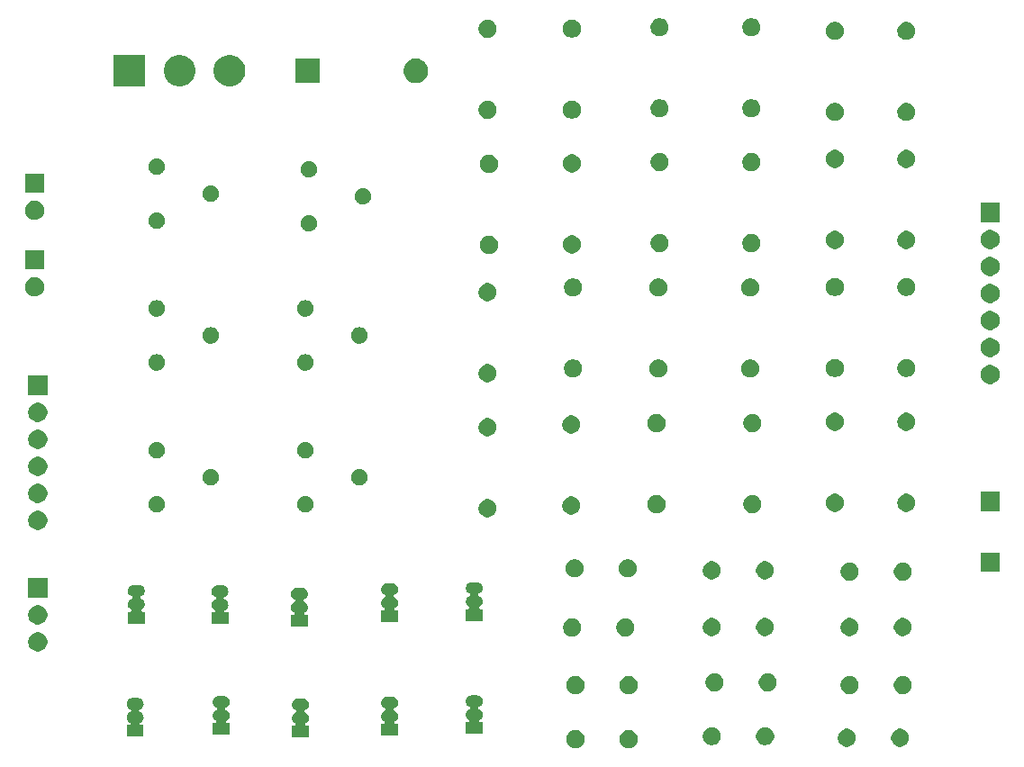
<source format=gbr>
G04 #@! TF.GenerationSoftware,KiCad,Pcbnew,(5.1.5)-3*
G04 #@! TF.CreationDate,2020-01-23T17:34:21-05:00*
G04 #@! TF.ProjectId,dmv,646d762e-6b69-4636-9164-5f7063625858,v01*
G04 #@! TF.SameCoordinates,Original*
G04 #@! TF.FileFunction,Soldermask,Top*
G04 #@! TF.FilePolarity,Negative*
%FSLAX46Y46*%
G04 Gerber Fmt 4.6, Leading zero omitted, Abs format (unit mm)*
G04 Created by KiCad (PCBNEW (5.1.5)-3) date 2020-01-23 17:34:21*
%MOMM*%
%LPD*%
G04 APERTURE LIST*
%ADD10C,0.100000*%
G04 APERTURE END LIST*
D10*
G36*
X116246228Y-87192703D02*
G01*
X116401100Y-87256853D01*
X116540481Y-87349985D01*
X116659015Y-87468519D01*
X116752147Y-87607900D01*
X116816297Y-87762772D01*
X116849000Y-87927184D01*
X116849000Y-88094816D01*
X116816297Y-88259228D01*
X116752147Y-88414100D01*
X116659015Y-88553481D01*
X116540481Y-88672015D01*
X116401100Y-88765147D01*
X116246228Y-88829297D01*
X116081816Y-88862000D01*
X115914184Y-88862000D01*
X115749772Y-88829297D01*
X115594900Y-88765147D01*
X115455519Y-88672015D01*
X115336985Y-88553481D01*
X115243853Y-88414100D01*
X115179703Y-88259228D01*
X115147000Y-88094816D01*
X115147000Y-87927184D01*
X115179703Y-87762772D01*
X115243853Y-87607900D01*
X115336985Y-87468519D01*
X115455519Y-87349985D01*
X115594900Y-87256853D01*
X115749772Y-87192703D01*
X115914184Y-87160000D01*
X116081816Y-87160000D01*
X116246228Y-87192703D01*
G37*
G36*
X111246228Y-87192703D02*
G01*
X111401100Y-87256853D01*
X111540481Y-87349985D01*
X111659015Y-87468519D01*
X111752147Y-87607900D01*
X111816297Y-87762772D01*
X111849000Y-87927184D01*
X111849000Y-88094816D01*
X111816297Y-88259228D01*
X111752147Y-88414100D01*
X111659015Y-88553481D01*
X111540481Y-88672015D01*
X111401100Y-88765147D01*
X111246228Y-88829297D01*
X111081816Y-88862000D01*
X110914184Y-88862000D01*
X110749772Y-88829297D01*
X110594900Y-88765147D01*
X110455519Y-88672015D01*
X110336985Y-88553481D01*
X110243853Y-88414100D01*
X110179703Y-88259228D01*
X110147000Y-88094816D01*
X110147000Y-87927184D01*
X110179703Y-87762772D01*
X110243853Y-87607900D01*
X110336985Y-87468519D01*
X110455519Y-87349985D01*
X110594900Y-87256853D01*
X110749772Y-87192703D01*
X110914184Y-87160000D01*
X111081816Y-87160000D01*
X111246228Y-87192703D01*
G37*
G36*
X136773228Y-87065703D02*
G01*
X136928100Y-87129853D01*
X137067481Y-87222985D01*
X137186015Y-87341519D01*
X137279147Y-87480900D01*
X137343297Y-87635772D01*
X137376000Y-87800184D01*
X137376000Y-87967816D01*
X137343297Y-88132228D01*
X137279147Y-88287100D01*
X137186015Y-88426481D01*
X137067481Y-88545015D01*
X136928100Y-88638147D01*
X136773228Y-88702297D01*
X136608816Y-88735000D01*
X136441184Y-88735000D01*
X136276772Y-88702297D01*
X136121900Y-88638147D01*
X135982519Y-88545015D01*
X135863985Y-88426481D01*
X135770853Y-88287100D01*
X135706703Y-88132228D01*
X135674000Y-87967816D01*
X135674000Y-87800184D01*
X135706703Y-87635772D01*
X135770853Y-87480900D01*
X135863985Y-87341519D01*
X135982519Y-87222985D01*
X136121900Y-87129853D01*
X136276772Y-87065703D01*
X136441184Y-87033000D01*
X136608816Y-87033000D01*
X136773228Y-87065703D01*
G37*
G36*
X141773228Y-87065703D02*
G01*
X141928100Y-87129853D01*
X142067481Y-87222985D01*
X142186015Y-87341519D01*
X142279147Y-87480900D01*
X142343297Y-87635772D01*
X142376000Y-87800184D01*
X142376000Y-87967816D01*
X142343297Y-88132228D01*
X142279147Y-88287100D01*
X142186015Y-88426481D01*
X142067481Y-88545015D01*
X141928100Y-88638147D01*
X141773228Y-88702297D01*
X141608816Y-88735000D01*
X141441184Y-88735000D01*
X141276772Y-88702297D01*
X141121900Y-88638147D01*
X140982519Y-88545015D01*
X140863985Y-88426481D01*
X140770853Y-88287100D01*
X140706703Y-88132228D01*
X140674000Y-87967816D01*
X140674000Y-87800184D01*
X140706703Y-87635772D01*
X140770853Y-87480900D01*
X140863985Y-87341519D01*
X140982519Y-87222985D01*
X141121900Y-87129853D01*
X141276772Y-87065703D01*
X141441184Y-87033000D01*
X141608816Y-87033000D01*
X141773228Y-87065703D01*
G37*
G36*
X129077228Y-86911703D02*
G01*
X129232100Y-86975853D01*
X129371481Y-87068985D01*
X129490015Y-87187519D01*
X129583147Y-87326900D01*
X129647297Y-87481772D01*
X129680000Y-87646184D01*
X129680000Y-87813816D01*
X129647297Y-87978228D01*
X129583147Y-88133100D01*
X129490015Y-88272481D01*
X129371481Y-88391015D01*
X129232100Y-88484147D01*
X129077228Y-88548297D01*
X128912816Y-88581000D01*
X128745184Y-88581000D01*
X128580772Y-88548297D01*
X128425900Y-88484147D01*
X128286519Y-88391015D01*
X128167985Y-88272481D01*
X128074853Y-88133100D01*
X128010703Y-87978228D01*
X127978000Y-87813816D01*
X127978000Y-87646184D01*
X128010703Y-87481772D01*
X128074853Y-87326900D01*
X128167985Y-87187519D01*
X128286519Y-87068985D01*
X128425900Y-86975853D01*
X128580772Y-86911703D01*
X128745184Y-86879000D01*
X128912816Y-86879000D01*
X129077228Y-86911703D01*
G37*
G36*
X124077228Y-86911703D02*
G01*
X124232100Y-86975853D01*
X124371481Y-87068985D01*
X124490015Y-87187519D01*
X124583147Y-87326900D01*
X124647297Y-87481772D01*
X124680000Y-87646184D01*
X124680000Y-87813816D01*
X124647297Y-87978228D01*
X124583147Y-88133100D01*
X124490015Y-88272481D01*
X124371481Y-88391015D01*
X124232100Y-88484147D01*
X124077228Y-88548297D01*
X123912816Y-88581000D01*
X123745184Y-88581000D01*
X123580772Y-88548297D01*
X123425900Y-88484147D01*
X123286519Y-88391015D01*
X123167985Y-88272481D01*
X123074853Y-88133100D01*
X123010703Y-87978228D01*
X122978000Y-87813816D01*
X122978000Y-87646184D01*
X123010703Y-87481772D01*
X123074853Y-87326900D01*
X123167985Y-87187519D01*
X123286519Y-87068985D01*
X123425900Y-86975853D01*
X123580772Y-86911703D01*
X123745184Y-86879000D01*
X123912816Y-86879000D01*
X124077228Y-86911703D01*
G37*
G36*
X85521015Y-84192973D02*
G01*
X85624879Y-84224479D01*
X85639170Y-84232118D01*
X85720600Y-84275643D01*
X85804501Y-84344499D01*
X85873357Y-84428400D01*
X85891844Y-84462987D01*
X85924521Y-84524121D01*
X85956027Y-84627985D01*
X85966666Y-84736000D01*
X85956027Y-84844015D01*
X85924521Y-84947879D01*
X85924519Y-84947882D01*
X85873357Y-85043600D01*
X85804501Y-85127501D01*
X85720600Y-85196357D01*
X85655228Y-85231299D01*
X85624879Y-85247521D01*
X85612131Y-85251388D01*
X85589504Y-85260760D01*
X85569130Y-85274374D01*
X85551803Y-85291701D01*
X85538189Y-85312075D01*
X85528812Y-85334714D01*
X85524031Y-85358747D01*
X85524031Y-85383251D01*
X85528811Y-85407285D01*
X85538188Y-85429924D01*
X85551802Y-85450298D01*
X85569129Y-85467625D01*
X85589503Y-85481239D01*
X85612131Y-85490612D01*
X85624879Y-85494479D01*
X85639170Y-85502118D01*
X85720600Y-85545643D01*
X85804501Y-85614499D01*
X85873357Y-85698400D01*
X85891844Y-85732987D01*
X85924521Y-85794121D01*
X85956027Y-85897985D01*
X85966666Y-86006000D01*
X85956027Y-86114015D01*
X85924521Y-86217879D01*
X85924519Y-86217882D01*
X85873357Y-86313600D01*
X85809016Y-86392000D01*
X85804501Y-86397501D01*
X85720600Y-86466356D01*
X85676807Y-86489764D01*
X85656437Y-86503375D01*
X85639110Y-86520702D01*
X85625496Y-86541076D01*
X85616119Y-86563715D01*
X85611338Y-86587748D01*
X85611338Y-86612252D01*
X85616118Y-86636286D01*
X85625495Y-86658924D01*
X85639109Y-86679299D01*
X85656436Y-86696626D01*
X85676810Y-86710240D01*
X85699449Y-86719617D01*
X85723482Y-86724398D01*
X85735735Y-86725000D01*
X85964000Y-86725000D01*
X85964000Y-87827000D01*
X84362000Y-87827000D01*
X84362000Y-86725000D01*
X84590265Y-86725000D01*
X84614651Y-86722598D01*
X84638100Y-86715485D01*
X84659711Y-86703934D01*
X84678653Y-86688389D01*
X84694198Y-86669447D01*
X84705749Y-86647836D01*
X84712862Y-86624387D01*
X84715264Y-86600001D01*
X84712862Y-86575615D01*
X84705749Y-86552166D01*
X84694198Y-86530555D01*
X84678653Y-86511613D01*
X84659711Y-86496068D01*
X84649198Y-86489767D01*
X84605400Y-86466356D01*
X84521499Y-86397501D01*
X84516984Y-86392000D01*
X84452643Y-86313600D01*
X84401481Y-86217882D01*
X84401479Y-86217879D01*
X84369973Y-86114015D01*
X84359334Y-86006000D01*
X84369973Y-85897985D01*
X84401479Y-85794121D01*
X84434156Y-85732987D01*
X84452643Y-85698400D01*
X84521499Y-85614499D01*
X84605400Y-85545643D01*
X84686830Y-85502118D01*
X84701121Y-85494479D01*
X84713869Y-85490612D01*
X84736496Y-85481240D01*
X84756870Y-85467626D01*
X84774197Y-85450299D01*
X84787811Y-85429925D01*
X84797188Y-85407286D01*
X84801969Y-85383253D01*
X84801969Y-85358749D01*
X84797189Y-85334715D01*
X84787812Y-85312076D01*
X84774198Y-85291702D01*
X84756871Y-85274375D01*
X84736497Y-85260761D01*
X84713869Y-85251388D01*
X84701121Y-85247521D01*
X84670772Y-85231299D01*
X84605400Y-85196357D01*
X84521499Y-85127501D01*
X84452643Y-85043600D01*
X84401481Y-84947882D01*
X84401479Y-84947879D01*
X84369973Y-84844015D01*
X84359334Y-84736000D01*
X84369973Y-84627985D01*
X84401479Y-84524121D01*
X84434156Y-84462987D01*
X84452643Y-84428400D01*
X84521499Y-84344499D01*
X84605400Y-84275643D01*
X84686830Y-84232118D01*
X84701121Y-84224479D01*
X84804985Y-84192973D01*
X84885933Y-84185000D01*
X85440067Y-84185000D01*
X85521015Y-84192973D01*
G37*
G36*
X69968015Y-84147973D02*
G01*
X70071879Y-84179479D01*
X70097124Y-84192973D01*
X70167600Y-84230643D01*
X70251501Y-84299499D01*
X70320357Y-84383400D01*
X70352748Y-84444000D01*
X70371521Y-84479121D01*
X70403027Y-84582985D01*
X70413666Y-84691000D01*
X70403027Y-84799015D01*
X70371521Y-84902879D01*
X70370731Y-84904357D01*
X70320357Y-84998600D01*
X70251501Y-85082501D01*
X70167600Y-85151357D01*
X70099055Y-85187995D01*
X70071879Y-85202521D01*
X70059131Y-85206388D01*
X70036504Y-85215760D01*
X70016130Y-85229374D01*
X69998803Y-85246701D01*
X69985189Y-85267075D01*
X69975812Y-85289714D01*
X69971031Y-85313747D01*
X69971031Y-85338251D01*
X69975811Y-85362285D01*
X69985188Y-85384924D01*
X69998802Y-85405298D01*
X70016129Y-85422625D01*
X70036503Y-85436239D01*
X70059131Y-85445612D01*
X70071879Y-85449479D01*
X70097124Y-85462973D01*
X70167600Y-85500643D01*
X70251501Y-85569499D01*
X70320357Y-85653400D01*
X70352748Y-85714000D01*
X70371521Y-85749121D01*
X70403027Y-85852985D01*
X70413666Y-85961000D01*
X70403027Y-86069015D01*
X70371521Y-86172879D01*
X70368516Y-86178501D01*
X70320357Y-86268600D01*
X70268008Y-86332387D01*
X70251501Y-86352501D01*
X70167600Y-86421356D01*
X70123807Y-86444764D01*
X70103437Y-86458375D01*
X70086110Y-86475702D01*
X70072496Y-86496076D01*
X70063119Y-86518715D01*
X70058338Y-86542748D01*
X70058338Y-86567252D01*
X70063118Y-86591286D01*
X70072495Y-86613924D01*
X70086109Y-86634299D01*
X70103436Y-86651626D01*
X70123810Y-86665240D01*
X70146449Y-86674617D01*
X70170482Y-86679398D01*
X70182735Y-86680000D01*
X70411000Y-86680000D01*
X70411000Y-87782000D01*
X68809000Y-87782000D01*
X68809000Y-86680000D01*
X69037265Y-86680000D01*
X69061651Y-86677598D01*
X69085100Y-86670485D01*
X69106711Y-86658934D01*
X69125653Y-86643389D01*
X69141198Y-86624447D01*
X69152749Y-86602836D01*
X69159862Y-86579387D01*
X69162264Y-86555001D01*
X69159862Y-86530615D01*
X69152749Y-86507166D01*
X69141198Y-86485555D01*
X69125653Y-86466613D01*
X69106711Y-86451068D01*
X69096198Y-86444767D01*
X69052400Y-86421356D01*
X68968499Y-86352501D01*
X68951992Y-86332387D01*
X68899643Y-86268600D01*
X68851484Y-86178501D01*
X68848479Y-86172879D01*
X68816973Y-86069015D01*
X68806334Y-85961000D01*
X68816973Y-85852985D01*
X68848479Y-85749121D01*
X68867252Y-85714000D01*
X68899643Y-85653400D01*
X68968499Y-85569499D01*
X69052400Y-85500643D01*
X69122876Y-85462973D01*
X69148121Y-85449479D01*
X69160869Y-85445612D01*
X69183496Y-85436240D01*
X69203870Y-85422626D01*
X69221197Y-85405299D01*
X69234811Y-85384925D01*
X69244188Y-85362286D01*
X69248969Y-85338253D01*
X69248969Y-85313749D01*
X69244189Y-85289715D01*
X69234812Y-85267076D01*
X69221198Y-85246702D01*
X69203871Y-85229375D01*
X69183497Y-85215761D01*
X69160869Y-85206388D01*
X69148121Y-85202521D01*
X69120945Y-85187995D01*
X69052400Y-85151357D01*
X68968499Y-85082501D01*
X68899643Y-84998600D01*
X68849269Y-84904357D01*
X68848479Y-84902879D01*
X68816973Y-84799015D01*
X68806334Y-84691000D01*
X68816973Y-84582985D01*
X68848479Y-84479121D01*
X68867252Y-84444000D01*
X68899643Y-84383400D01*
X68968499Y-84299499D01*
X69052400Y-84230643D01*
X69122876Y-84192973D01*
X69148121Y-84179479D01*
X69251985Y-84147973D01*
X69332933Y-84140000D01*
X69887067Y-84140000D01*
X69968015Y-84147973D01*
G37*
G36*
X93886015Y-84027973D02*
G01*
X93989879Y-84059479D01*
X94017055Y-84074005D01*
X94085600Y-84110643D01*
X94169501Y-84179499D01*
X94238357Y-84263400D01*
X94260657Y-84305121D01*
X94289521Y-84359121D01*
X94321027Y-84462985D01*
X94331666Y-84571000D01*
X94321027Y-84679015D01*
X94289521Y-84782879D01*
X94289519Y-84782882D01*
X94238357Y-84878600D01*
X94169501Y-84962501D01*
X94085600Y-85031357D01*
X94019386Y-85066749D01*
X93989879Y-85082521D01*
X93977131Y-85086388D01*
X93954504Y-85095760D01*
X93934130Y-85109374D01*
X93916803Y-85126701D01*
X93903189Y-85147075D01*
X93893812Y-85169714D01*
X93889031Y-85193747D01*
X93889031Y-85218251D01*
X93893811Y-85242285D01*
X93903188Y-85264924D01*
X93916802Y-85285298D01*
X93934129Y-85302625D01*
X93954503Y-85316239D01*
X93977131Y-85325612D01*
X93989879Y-85329479D01*
X94017055Y-85344005D01*
X94085600Y-85380643D01*
X94169501Y-85449499D01*
X94238357Y-85533400D01*
X94260657Y-85575121D01*
X94289521Y-85629121D01*
X94321027Y-85732985D01*
X94331666Y-85841000D01*
X94321027Y-85949015D01*
X94289521Y-86052879D01*
X94289519Y-86052882D01*
X94238357Y-86148600D01*
X94180078Y-86219613D01*
X94169501Y-86232501D01*
X94085600Y-86301356D01*
X94041807Y-86324764D01*
X94021437Y-86338375D01*
X94004110Y-86355702D01*
X93990496Y-86376076D01*
X93981119Y-86398715D01*
X93976338Y-86422748D01*
X93976338Y-86447252D01*
X93981118Y-86471286D01*
X93990495Y-86493924D01*
X94004109Y-86514299D01*
X94021436Y-86531626D01*
X94041810Y-86545240D01*
X94064449Y-86554617D01*
X94088482Y-86559398D01*
X94100735Y-86560000D01*
X94329000Y-86560000D01*
X94329000Y-87662000D01*
X92727000Y-87662000D01*
X92727000Y-86560000D01*
X92955265Y-86560000D01*
X92979651Y-86557598D01*
X93003100Y-86550485D01*
X93024711Y-86538934D01*
X93043653Y-86523389D01*
X93059198Y-86504447D01*
X93070749Y-86482836D01*
X93077862Y-86459387D01*
X93080264Y-86435001D01*
X93077862Y-86410615D01*
X93070749Y-86387166D01*
X93059198Y-86365555D01*
X93043653Y-86346613D01*
X93024711Y-86331068D01*
X93014198Y-86324767D01*
X92970400Y-86301356D01*
X92886499Y-86232501D01*
X92875922Y-86219613D01*
X92817643Y-86148600D01*
X92766481Y-86052882D01*
X92766479Y-86052879D01*
X92734973Y-85949015D01*
X92724334Y-85841000D01*
X92734973Y-85732985D01*
X92766479Y-85629121D01*
X92795343Y-85575121D01*
X92817643Y-85533400D01*
X92886499Y-85449499D01*
X92970400Y-85380643D01*
X93038945Y-85344005D01*
X93066121Y-85329479D01*
X93078869Y-85325612D01*
X93101496Y-85316240D01*
X93121870Y-85302626D01*
X93139197Y-85285299D01*
X93152811Y-85264925D01*
X93162188Y-85242286D01*
X93166969Y-85218253D01*
X93166969Y-85193749D01*
X93162189Y-85169715D01*
X93152812Y-85147076D01*
X93139198Y-85126702D01*
X93121871Y-85109375D01*
X93101497Y-85095761D01*
X93078869Y-85086388D01*
X93066121Y-85082521D01*
X93036614Y-85066749D01*
X92970400Y-85031357D01*
X92886499Y-84962501D01*
X92817643Y-84878600D01*
X92766481Y-84782882D01*
X92766479Y-84782879D01*
X92734973Y-84679015D01*
X92724334Y-84571000D01*
X92734973Y-84462985D01*
X92766479Y-84359121D01*
X92795343Y-84305121D01*
X92817643Y-84263400D01*
X92886499Y-84179499D01*
X92970400Y-84110643D01*
X93038945Y-84074005D01*
X93066121Y-84059479D01*
X93169985Y-84027973D01*
X93250933Y-84020000D01*
X93805067Y-84020000D01*
X93886015Y-84027973D01*
G37*
G36*
X78062015Y-83973973D02*
G01*
X78165879Y-84005479D01*
X78193045Y-84020000D01*
X78261600Y-84056643D01*
X78345501Y-84125499D01*
X78414357Y-84209400D01*
X78443220Y-84263400D01*
X78465521Y-84305121D01*
X78497027Y-84408985D01*
X78507666Y-84517000D01*
X78497027Y-84625015D01*
X78465521Y-84728879D01*
X78453376Y-84751600D01*
X78414357Y-84824600D01*
X78345501Y-84908501D01*
X78261600Y-84977357D01*
X78193055Y-85013995D01*
X78165879Y-85028521D01*
X78153131Y-85032388D01*
X78130504Y-85041760D01*
X78110130Y-85055374D01*
X78092803Y-85072701D01*
X78079189Y-85093075D01*
X78069812Y-85115714D01*
X78065031Y-85139747D01*
X78065031Y-85164251D01*
X78069811Y-85188285D01*
X78079188Y-85210924D01*
X78092802Y-85231298D01*
X78110129Y-85248625D01*
X78130503Y-85262239D01*
X78153131Y-85271612D01*
X78165879Y-85275479D01*
X78187433Y-85287000D01*
X78261600Y-85326643D01*
X78345501Y-85395499D01*
X78414357Y-85479400D01*
X78443220Y-85533400D01*
X78465521Y-85575121D01*
X78497027Y-85678985D01*
X78507666Y-85787000D01*
X78497027Y-85895015D01*
X78465521Y-85998879D01*
X78453376Y-86021600D01*
X78414357Y-86094600D01*
X78348903Y-86174356D01*
X78345501Y-86178501D01*
X78261600Y-86247356D01*
X78217807Y-86270764D01*
X78197437Y-86284375D01*
X78180110Y-86301702D01*
X78166496Y-86322076D01*
X78157119Y-86344715D01*
X78152338Y-86368748D01*
X78152338Y-86393252D01*
X78157118Y-86417286D01*
X78166495Y-86439924D01*
X78180109Y-86460299D01*
X78197436Y-86477626D01*
X78217810Y-86491240D01*
X78240449Y-86500617D01*
X78264482Y-86505398D01*
X78276735Y-86506000D01*
X78505000Y-86506000D01*
X78505000Y-87608000D01*
X76903000Y-87608000D01*
X76903000Y-86506000D01*
X77131265Y-86506000D01*
X77155651Y-86503598D01*
X77179100Y-86496485D01*
X77200711Y-86484934D01*
X77219653Y-86469389D01*
X77235198Y-86450447D01*
X77246749Y-86428836D01*
X77253862Y-86405387D01*
X77256264Y-86381001D01*
X77253862Y-86356615D01*
X77246749Y-86333166D01*
X77235198Y-86311555D01*
X77219653Y-86292613D01*
X77200711Y-86277068D01*
X77190198Y-86270767D01*
X77146400Y-86247356D01*
X77062499Y-86178501D01*
X77059097Y-86174356D01*
X76993643Y-86094600D01*
X76954624Y-86021600D01*
X76942479Y-85998879D01*
X76910973Y-85895015D01*
X76900334Y-85787000D01*
X76910973Y-85678985D01*
X76942479Y-85575121D01*
X76964780Y-85533400D01*
X76993643Y-85479400D01*
X77062499Y-85395499D01*
X77146400Y-85326643D01*
X77220567Y-85287000D01*
X77242121Y-85275479D01*
X77254869Y-85271612D01*
X77277496Y-85262240D01*
X77297870Y-85248626D01*
X77315197Y-85231299D01*
X77328811Y-85210925D01*
X77338188Y-85188286D01*
X77342969Y-85164253D01*
X77342969Y-85139749D01*
X77338189Y-85115715D01*
X77328812Y-85093076D01*
X77315198Y-85072702D01*
X77297871Y-85055375D01*
X77277497Y-85041761D01*
X77254869Y-85032388D01*
X77242121Y-85028521D01*
X77214945Y-85013995D01*
X77146400Y-84977357D01*
X77062499Y-84908501D01*
X76993643Y-84824600D01*
X76954624Y-84751600D01*
X76942479Y-84728879D01*
X76910973Y-84625015D01*
X76900334Y-84517000D01*
X76910973Y-84408985D01*
X76942479Y-84305121D01*
X76964780Y-84263400D01*
X76993643Y-84209400D01*
X77062499Y-84125499D01*
X77146400Y-84056643D01*
X77214955Y-84020000D01*
X77242121Y-84005479D01*
X77345985Y-83973973D01*
X77426933Y-83966000D01*
X77981067Y-83966000D01*
X78062015Y-83973973D01*
G37*
G36*
X101853015Y-83900973D02*
G01*
X101956879Y-83932479D01*
X101984055Y-83947005D01*
X102052600Y-83983643D01*
X102136501Y-84052499D01*
X102205357Y-84136400D01*
X102231334Y-84185000D01*
X102256521Y-84232121D01*
X102288027Y-84335985D01*
X102298666Y-84444000D01*
X102288027Y-84552015D01*
X102256521Y-84655879D01*
X102256519Y-84655882D01*
X102205357Y-84751600D01*
X102136501Y-84835501D01*
X102052600Y-84904357D01*
X101984055Y-84940995D01*
X101956879Y-84955521D01*
X101944131Y-84959388D01*
X101921504Y-84968760D01*
X101901130Y-84982374D01*
X101883803Y-84999701D01*
X101870189Y-85020075D01*
X101860812Y-85042714D01*
X101856031Y-85066747D01*
X101856031Y-85091251D01*
X101860811Y-85115285D01*
X101870188Y-85137924D01*
X101883802Y-85158298D01*
X101901129Y-85175625D01*
X101921503Y-85189239D01*
X101944131Y-85198612D01*
X101956879Y-85202479D01*
X101972678Y-85210924D01*
X102052600Y-85253643D01*
X102136501Y-85322499D01*
X102205357Y-85406400D01*
X102228821Y-85450299D01*
X102256521Y-85502121D01*
X102288027Y-85605985D01*
X102298666Y-85714000D01*
X102288027Y-85822015D01*
X102256521Y-85925879D01*
X102256519Y-85925882D01*
X102205357Y-86021600D01*
X102179684Y-86052882D01*
X102136501Y-86105501D01*
X102052600Y-86174356D01*
X102008807Y-86197764D01*
X101988437Y-86211375D01*
X101971110Y-86228702D01*
X101957496Y-86249076D01*
X101948119Y-86271715D01*
X101943338Y-86295748D01*
X101943338Y-86320252D01*
X101948118Y-86344286D01*
X101957495Y-86366924D01*
X101971109Y-86387299D01*
X101988436Y-86404626D01*
X102008810Y-86418240D01*
X102031449Y-86427617D01*
X102055482Y-86432398D01*
X102067735Y-86433000D01*
X102296000Y-86433000D01*
X102296000Y-87535000D01*
X100694000Y-87535000D01*
X100694000Y-86433000D01*
X100922265Y-86433000D01*
X100946651Y-86430598D01*
X100970100Y-86423485D01*
X100991711Y-86411934D01*
X101010653Y-86396389D01*
X101026198Y-86377447D01*
X101037749Y-86355836D01*
X101044862Y-86332387D01*
X101047264Y-86308001D01*
X101044862Y-86283615D01*
X101037749Y-86260166D01*
X101026198Y-86238555D01*
X101010653Y-86219613D01*
X100991711Y-86204068D01*
X100981198Y-86197767D01*
X100937400Y-86174356D01*
X100853499Y-86105501D01*
X100810316Y-86052882D01*
X100784643Y-86021600D01*
X100733481Y-85925882D01*
X100733479Y-85925879D01*
X100701973Y-85822015D01*
X100691334Y-85714000D01*
X100701973Y-85605985D01*
X100733479Y-85502121D01*
X100761179Y-85450299D01*
X100784643Y-85406400D01*
X100853499Y-85322499D01*
X100937400Y-85253643D01*
X101017322Y-85210924D01*
X101033121Y-85202479D01*
X101045869Y-85198612D01*
X101068496Y-85189240D01*
X101088870Y-85175626D01*
X101106197Y-85158299D01*
X101119811Y-85137925D01*
X101129188Y-85115286D01*
X101133969Y-85091253D01*
X101133969Y-85066749D01*
X101129189Y-85042715D01*
X101119812Y-85020076D01*
X101106198Y-84999702D01*
X101088871Y-84982375D01*
X101068497Y-84968761D01*
X101045869Y-84959388D01*
X101033121Y-84955521D01*
X101005945Y-84940995D01*
X100937400Y-84904357D01*
X100853499Y-84835501D01*
X100784643Y-84751600D01*
X100733481Y-84655882D01*
X100733479Y-84655879D01*
X100701973Y-84552015D01*
X100691334Y-84444000D01*
X100701973Y-84335985D01*
X100733479Y-84232121D01*
X100758666Y-84185000D01*
X100784643Y-84136400D01*
X100853499Y-84052499D01*
X100937400Y-83983643D01*
X101005945Y-83947005D01*
X101033121Y-83932479D01*
X101136985Y-83900973D01*
X101217933Y-83893000D01*
X101772067Y-83893000D01*
X101853015Y-83900973D01*
G37*
G36*
X142027228Y-82112703D02*
G01*
X142182100Y-82176853D01*
X142321481Y-82269985D01*
X142440015Y-82388519D01*
X142533147Y-82527900D01*
X142597297Y-82682772D01*
X142630000Y-82847184D01*
X142630000Y-83014816D01*
X142597297Y-83179228D01*
X142533147Y-83334100D01*
X142440015Y-83473481D01*
X142321481Y-83592015D01*
X142182100Y-83685147D01*
X142027228Y-83749297D01*
X141862816Y-83782000D01*
X141695184Y-83782000D01*
X141530772Y-83749297D01*
X141375900Y-83685147D01*
X141236519Y-83592015D01*
X141117985Y-83473481D01*
X141024853Y-83334100D01*
X140960703Y-83179228D01*
X140928000Y-83014816D01*
X140928000Y-82847184D01*
X140960703Y-82682772D01*
X141024853Y-82527900D01*
X141117985Y-82388519D01*
X141236519Y-82269985D01*
X141375900Y-82176853D01*
X141530772Y-82112703D01*
X141695184Y-82080000D01*
X141862816Y-82080000D01*
X142027228Y-82112703D01*
G37*
G36*
X137027228Y-82112703D02*
G01*
X137182100Y-82176853D01*
X137321481Y-82269985D01*
X137440015Y-82388519D01*
X137533147Y-82527900D01*
X137597297Y-82682772D01*
X137630000Y-82847184D01*
X137630000Y-83014816D01*
X137597297Y-83179228D01*
X137533147Y-83334100D01*
X137440015Y-83473481D01*
X137321481Y-83592015D01*
X137182100Y-83685147D01*
X137027228Y-83749297D01*
X136862816Y-83782000D01*
X136695184Y-83782000D01*
X136530772Y-83749297D01*
X136375900Y-83685147D01*
X136236519Y-83592015D01*
X136117985Y-83473481D01*
X136024853Y-83334100D01*
X135960703Y-83179228D01*
X135928000Y-83014816D01*
X135928000Y-82847184D01*
X135960703Y-82682772D01*
X136024853Y-82527900D01*
X136117985Y-82388519D01*
X136236519Y-82269985D01*
X136375900Y-82176853D01*
X136530772Y-82112703D01*
X136695184Y-82080000D01*
X136862816Y-82080000D01*
X137027228Y-82112703D01*
G37*
G36*
X116246228Y-82112703D02*
G01*
X116401100Y-82176853D01*
X116540481Y-82269985D01*
X116659015Y-82388519D01*
X116752147Y-82527900D01*
X116816297Y-82682772D01*
X116849000Y-82847184D01*
X116849000Y-83014816D01*
X116816297Y-83179228D01*
X116752147Y-83334100D01*
X116659015Y-83473481D01*
X116540481Y-83592015D01*
X116401100Y-83685147D01*
X116246228Y-83749297D01*
X116081816Y-83782000D01*
X115914184Y-83782000D01*
X115749772Y-83749297D01*
X115594900Y-83685147D01*
X115455519Y-83592015D01*
X115336985Y-83473481D01*
X115243853Y-83334100D01*
X115179703Y-83179228D01*
X115147000Y-83014816D01*
X115147000Y-82847184D01*
X115179703Y-82682772D01*
X115243853Y-82527900D01*
X115336985Y-82388519D01*
X115455519Y-82269985D01*
X115594900Y-82176853D01*
X115749772Y-82112703D01*
X115914184Y-82080000D01*
X116081816Y-82080000D01*
X116246228Y-82112703D01*
G37*
G36*
X111246228Y-82112703D02*
G01*
X111401100Y-82176853D01*
X111540481Y-82269985D01*
X111659015Y-82388519D01*
X111752147Y-82527900D01*
X111816297Y-82682772D01*
X111849000Y-82847184D01*
X111849000Y-83014816D01*
X111816297Y-83179228D01*
X111752147Y-83334100D01*
X111659015Y-83473481D01*
X111540481Y-83592015D01*
X111401100Y-83685147D01*
X111246228Y-83749297D01*
X111081816Y-83782000D01*
X110914184Y-83782000D01*
X110749772Y-83749297D01*
X110594900Y-83685147D01*
X110455519Y-83592015D01*
X110336985Y-83473481D01*
X110243853Y-83334100D01*
X110179703Y-83179228D01*
X110147000Y-83014816D01*
X110147000Y-82847184D01*
X110179703Y-82682772D01*
X110243853Y-82527900D01*
X110336985Y-82388519D01*
X110455519Y-82269985D01*
X110594900Y-82176853D01*
X110749772Y-82112703D01*
X110914184Y-82080000D01*
X111081816Y-82080000D01*
X111246228Y-82112703D01*
G37*
G36*
X129327228Y-81858703D02*
G01*
X129482100Y-81922853D01*
X129621481Y-82015985D01*
X129740015Y-82134519D01*
X129833147Y-82273900D01*
X129897297Y-82428772D01*
X129930000Y-82593184D01*
X129930000Y-82760816D01*
X129897297Y-82925228D01*
X129833147Y-83080100D01*
X129740015Y-83219481D01*
X129621481Y-83338015D01*
X129482100Y-83431147D01*
X129327228Y-83495297D01*
X129162816Y-83528000D01*
X128995184Y-83528000D01*
X128830772Y-83495297D01*
X128675900Y-83431147D01*
X128536519Y-83338015D01*
X128417985Y-83219481D01*
X128324853Y-83080100D01*
X128260703Y-82925228D01*
X128228000Y-82760816D01*
X128228000Y-82593184D01*
X128260703Y-82428772D01*
X128324853Y-82273900D01*
X128417985Y-82134519D01*
X128536519Y-82015985D01*
X128675900Y-81922853D01*
X128830772Y-81858703D01*
X128995184Y-81826000D01*
X129162816Y-81826000D01*
X129327228Y-81858703D01*
G37*
G36*
X124327228Y-81858703D02*
G01*
X124482100Y-81922853D01*
X124621481Y-82015985D01*
X124740015Y-82134519D01*
X124833147Y-82273900D01*
X124897297Y-82428772D01*
X124930000Y-82593184D01*
X124930000Y-82760816D01*
X124897297Y-82925228D01*
X124833147Y-83080100D01*
X124740015Y-83219481D01*
X124621481Y-83338015D01*
X124482100Y-83431147D01*
X124327228Y-83495297D01*
X124162816Y-83528000D01*
X123995184Y-83528000D01*
X123830772Y-83495297D01*
X123675900Y-83431147D01*
X123536519Y-83338015D01*
X123417985Y-83219481D01*
X123324853Y-83080100D01*
X123260703Y-82925228D01*
X123228000Y-82760816D01*
X123228000Y-82593184D01*
X123260703Y-82428772D01*
X123324853Y-82273900D01*
X123417985Y-82134519D01*
X123536519Y-82015985D01*
X123675900Y-81922853D01*
X123830772Y-81858703D01*
X123995184Y-81826000D01*
X124162816Y-81826000D01*
X124327228Y-81858703D01*
G37*
G36*
X60565512Y-77970927D02*
G01*
X60714812Y-78000624D01*
X60878784Y-78068544D01*
X61026354Y-78167147D01*
X61151853Y-78292646D01*
X61250456Y-78440216D01*
X61318376Y-78604188D01*
X61353000Y-78778259D01*
X61353000Y-78955741D01*
X61318376Y-79129812D01*
X61250456Y-79293784D01*
X61151853Y-79441354D01*
X61026354Y-79566853D01*
X60878784Y-79665456D01*
X60714812Y-79733376D01*
X60565512Y-79763073D01*
X60540742Y-79768000D01*
X60363258Y-79768000D01*
X60338488Y-79763073D01*
X60189188Y-79733376D01*
X60025216Y-79665456D01*
X59877646Y-79566853D01*
X59752147Y-79441354D01*
X59653544Y-79293784D01*
X59585624Y-79129812D01*
X59551000Y-78955741D01*
X59551000Y-78778259D01*
X59585624Y-78604188D01*
X59653544Y-78440216D01*
X59752147Y-78292646D01*
X59877646Y-78167147D01*
X60025216Y-78068544D01*
X60189188Y-78000624D01*
X60338488Y-77970927D01*
X60363258Y-77966000D01*
X60540742Y-77966000D01*
X60565512Y-77970927D01*
G37*
G36*
X110941228Y-76692703D02*
G01*
X111096100Y-76756853D01*
X111235481Y-76849985D01*
X111354015Y-76968519D01*
X111447147Y-77107900D01*
X111511297Y-77262772D01*
X111544000Y-77427184D01*
X111544000Y-77594816D01*
X111511297Y-77759228D01*
X111447147Y-77914100D01*
X111354015Y-78053481D01*
X111235481Y-78172015D01*
X111096100Y-78265147D01*
X110941228Y-78329297D01*
X110776816Y-78362000D01*
X110609184Y-78362000D01*
X110444772Y-78329297D01*
X110289900Y-78265147D01*
X110150519Y-78172015D01*
X110031985Y-78053481D01*
X109938853Y-77914100D01*
X109874703Y-77759228D01*
X109842000Y-77594816D01*
X109842000Y-77427184D01*
X109874703Y-77262772D01*
X109938853Y-77107900D01*
X110031985Y-76968519D01*
X110150519Y-76849985D01*
X110289900Y-76756853D01*
X110444772Y-76692703D01*
X110609184Y-76660000D01*
X110776816Y-76660000D01*
X110941228Y-76692703D01*
G37*
G36*
X115941228Y-76692703D02*
G01*
X116096100Y-76756853D01*
X116235481Y-76849985D01*
X116354015Y-76968519D01*
X116447147Y-77107900D01*
X116511297Y-77262772D01*
X116544000Y-77427184D01*
X116544000Y-77594816D01*
X116511297Y-77759228D01*
X116447147Y-77914100D01*
X116354015Y-78053481D01*
X116235481Y-78172015D01*
X116096100Y-78265147D01*
X115941228Y-78329297D01*
X115776816Y-78362000D01*
X115609184Y-78362000D01*
X115444772Y-78329297D01*
X115289900Y-78265147D01*
X115150519Y-78172015D01*
X115031985Y-78053481D01*
X114938853Y-77914100D01*
X114874703Y-77759228D01*
X114842000Y-77594816D01*
X114842000Y-77427184D01*
X114874703Y-77262772D01*
X114938853Y-77107900D01*
X115031985Y-76968519D01*
X115150519Y-76849985D01*
X115289900Y-76756853D01*
X115444772Y-76692703D01*
X115609184Y-76660000D01*
X115776816Y-76660000D01*
X115941228Y-76692703D01*
G37*
G36*
X137027228Y-76651703D02*
G01*
X137182100Y-76715853D01*
X137321481Y-76808985D01*
X137440015Y-76927519D01*
X137533147Y-77066900D01*
X137597297Y-77221772D01*
X137630000Y-77386184D01*
X137630000Y-77553816D01*
X137597297Y-77718228D01*
X137533147Y-77873100D01*
X137440015Y-78012481D01*
X137321481Y-78131015D01*
X137182100Y-78224147D01*
X137027228Y-78288297D01*
X136862816Y-78321000D01*
X136695184Y-78321000D01*
X136530772Y-78288297D01*
X136375900Y-78224147D01*
X136236519Y-78131015D01*
X136117985Y-78012481D01*
X136024853Y-77873100D01*
X135960703Y-77718228D01*
X135928000Y-77553816D01*
X135928000Y-77386184D01*
X135960703Y-77221772D01*
X136024853Y-77066900D01*
X136117985Y-76927519D01*
X136236519Y-76808985D01*
X136375900Y-76715853D01*
X136530772Y-76651703D01*
X136695184Y-76619000D01*
X136862816Y-76619000D01*
X137027228Y-76651703D01*
G37*
G36*
X124073228Y-76651703D02*
G01*
X124228100Y-76715853D01*
X124367481Y-76808985D01*
X124486015Y-76927519D01*
X124579147Y-77066900D01*
X124643297Y-77221772D01*
X124676000Y-77386184D01*
X124676000Y-77553816D01*
X124643297Y-77718228D01*
X124579147Y-77873100D01*
X124486015Y-78012481D01*
X124367481Y-78131015D01*
X124228100Y-78224147D01*
X124073228Y-78288297D01*
X123908816Y-78321000D01*
X123741184Y-78321000D01*
X123576772Y-78288297D01*
X123421900Y-78224147D01*
X123282519Y-78131015D01*
X123163985Y-78012481D01*
X123070853Y-77873100D01*
X123006703Y-77718228D01*
X122974000Y-77553816D01*
X122974000Y-77386184D01*
X123006703Y-77221772D01*
X123070853Y-77066900D01*
X123163985Y-76927519D01*
X123282519Y-76808985D01*
X123421900Y-76715853D01*
X123576772Y-76651703D01*
X123741184Y-76619000D01*
X123908816Y-76619000D01*
X124073228Y-76651703D01*
G37*
G36*
X129073228Y-76651703D02*
G01*
X129228100Y-76715853D01*
X129367481Y-76808985D01*
X129486015Y-76927519D01*
X129579147Y-77066900D01*
X129643297Y-77221772D01*
X129676000Y-77386184D01*
X129676000Y-77553816D01*
X129643297Y-77718228D01*
X129579147Y-77873100D01*
X129486015Y-78012481D01*
X129367481Y-78131015D01*
X129228100Y-78224147D01*
X129073228Y-78288297D01*
X128908816Y-78321000D01*
X128741184Y-78321000D01*
X128576772Y-78288297D01*
X128421900Y-78224147D01*
X128282519Y-78131015D01*
X128163985Y-78012481D01*
X128070853Y-77873100D01*
X128006703Y-77718228D01*
X127974000Y-77553816D01*
X127974000Y-77386184D01*
X128006703Y-77221772D01*
X128070853Y-77066900D01*
X128163985Y-76927519D01*
X128282519Y-76808985D01*
X128421900Y-76715853D01*
X128576772Y-76651703D01*
X128741184Y-76619000D01*
X128908816Y-76619000D01*
X129073228Y-76651703D01*
G37*
G36*
X142027228Y-76651703D02*
G01*
X142182100Y-76715853D01*
X142321481Y-76808985D01*
X142440015Y-76927519D01*
X142533147Y-77066900D01*
X142597297Y-77221772D01*
X142630000Y-77386184D01*
X142630000Y-77553816D01*
X142597297Y-77718228D01*
X142533147Y-77873100D01*
X142440015Y-78012481D01*
X142321481Y-78131015D01*
X142182100Y-78224147D01*
X142027228Y-78288297D01*
X141862816Y-78321000D01*
X141695184Y-78321000D01*
X141530772Y-78288297D01*
X141375900Y-78224147D01*
X141236519Y-78131015D01*
X141117985Y-78012481D01*
X141024853Y-77873100D01*
X140960703Y-77718228D01*
X140928000Y-77553816D01*
X140928000Y-77386184D01*
X140960703Y-77221772D01*
X141024853Y-77066900D01*
X141117985Y-76927519D01*
X141236519Y-76808985D01*
X141375900Y-76715853D01*
X141530772Y-76651703D01*
X141695184Y-76619000D01*
X141862816Y-76619000D01*
X142027228Y-76651703D01*
G37*
G36*
X85394015Y-73786973D02*
G01*
X85497879Y-73818479D01*
X85517783Y-73829118D01*
X85593600Y-73869643D01*
X85677501Y-73938499D01*
X85746357Y-74022400D01*
X85782995Y-74090945D01*
X85797521Y-74118121D01*
X85829027Y-74221985D01*
X85839666Y-74330000D01*
X85829027Y-74438015D01*
X85797521Y-74541879D01*
X85782995Y-74569055D01*
X85746357Y-74637600D01*
X85677501Y-74721501D01*
X85593600Y-74790357D01*
X85528228Y-74825299D01*
X85497879Y-74841521D01*
X85485131Y-74845388D01*
X85462504Y-74854760D01*
X85442130Y-74868374D01*
X85424803Y-74885701D01*
X85411189Y-74906075D01*
X85401812Y-74928714D01*
X85397031Y-74952747D01*
X85397031Y-74977251D01*
X85401811Y-75001285D01*
X85411188Y-75023924D01*
X85424802Y-75044298D01*
X85442129Y-75061625D01*
X85462503Y-75075239D01*
X85485131Y-75084612D01*
X85497879Y-75088479D01*
X85517783Y-75099118D01*
X85593600Y-75139643D01*
X85677501Y-75208499D01*
X85746357Y-75292400D01*
X85782995Y-75360945D01*
X85797521Y-75388121D01*
X85829027Y-75491985D01*
X85839666Y-75600000D01*
X85829027Y-75708015D01*
X85797521Y-75811879D01*
X85791664Y-75822836D01*
X85746357Y-75907600D01*
X85680988Y-75987252D01*
X85677501Y-75991501D01*
X85593600Y-76060356D01*
X85549807Y-76083764D01*
X85529437Y-76097375D01*
X85512110Y-76114702D01*
X85498496Y-76135076D01*
X85489119Y-76157715D01*
X85484338Y-76181748D01*
X85484338Y-76206252D01*
X85489118Y-76230286D01*
X85498495Y-76252924D01*
X85512109Y-76273299D01*
X85529436Y-76290626D01*
X85549810Y-76304240D01*
X85572449Y-76313617D01*
X85596482Y-76318398D01*
X85608735Y-76319000D01*
X85837000Y-76319000D01*
X85837000Y-77421000D01*
X84235000Y-77421000D01*
X84235000Y-76319000D01*
X84463265Y-76319000D01*
X84487651Y-76316598D01*
X84511100Y-76309485D01*
X84532711Y-76297934D01*
X84551653Y-76282389D01*
X84567198Y-76263447D01*
X84578749Y-76241836D01*
X84585862Y-76218387D01*
X84588264Y-76194001D01*
X84585862Y-76169615D01*
X84578749Y-76146166D01*
X84567198Y-76124555D01*
X84551653Y-76105613D01*
X84532711Y-76090068D01*
X84522198Y-76083767D01*
X84478400Y-76060356D01*
X84394499Y-75991501D01*
X84391012Y-75987252D01*
X84325643Y-75907600D01*
X84280336Y-75822836D01*
X84274479Y-75811879D01*
X84242973Y-75708015D01*
X84232334Y-75600000D01*
X84242973Y-75491985D01*
X84274479Y-75388121D01*
X84289005Y-75360945D01*
X84325643Y-75292400D01*
X84394499Y-75208499D01*
X84478400Y-75139643D01*
X84554217Y-75099118D01*
X84574121Y-75088479D01*
X84586869Y-75084612D01*
X84609496Y-75075240D01*
X84629870Y-75061626D01*
X84647197Y-75044299D01*
X84660811Y-75023925D01*
X84670188Y-75001286D01*
X84674969Y-74977253D01*
X84674969Y-74952749D01*
X84670189Y-74928715D01*
X84660812Y-74906076D01*
X84647198Y-74885702D01*
X84629871Y-74868375D01*
X84609497Y-74854761D01*
X84586869Y-74845388D01*
X84574121Y-74841521D01*
X84543772Y-74825299D01*
X84478400Y-74790357D01*
X84394499Y-74721501D01*
X84325643Y-74637600D01*
X84289005Y-74569055D01*
X84274479Y-74541879D01*
X84242973Y-74438015D01*
X84232334Y-74330000D01*
X84242973Y-74221985D01*
X84274479Y-74118121D01*
X84289005Y-74090945D01*
X84325643Y-74022400D01*
X84394499Y-73938499D01*
X84478400Y-73869643D01*
X84554217Y-73829118D01*
X84574121Y-73818479D01*
X84677985Y-73786973D01*
X84758933Y-73779000D01*
X85313067Y-73779000D01*
X85394015Y-73786973D01*
G37*
G36*
X60565512Y-75430927D02*
G01*
X60714812Y-75460624D01*
X60878784Y-75528544D01*
X61026354Y-75627147D01*
X61151853Y-75752646D01*
X61250456Y-75900216D01*
X61318376Y-76064188D01*
X61353000Y-76238259D01*
X61353000Y-76415741D01*
X61318376Y-76589812D01*
X61250456Y-76753784D01*
X61151853Y-76901354D01*
X61026354Y-77026853D01*
X60878784Y-77125456D01*
X60714812Y-77193376D01*
X60572057Y-77221771D01*
X60540742Y-77228000D01*
X60363258Y-77228000D01*
X60331943Y-77221771D01*
X60189188Y-77193376D01*
X60025216Y-77125456D01*
X59877646Y-77026853D01*
X59752147Y-76901354D01*
X59653544Y-76753784D01*
X59585624Y-76589812D01*
X59551000Y-76415741D01*
X59551000Y-76238259D01*
X59585624Y-76064188D01*
X59653544Y-75900216D01*
X59752147Y-75752646D01*
X59877646Y-75627147D01*
X60025216Y-75528544D01*
X60189188Y-75460624D01*
X60338488Y-75430927D01*
X60363258Y-75426000D01*
X60540742Y-75426000D01*
X60565512Y-75430927D01*
G37*
G36*
X77935015Y-73567973D02*
G01*
X78038879Y-73599479D01*
X78066055Y-73614005D01*
X78134600Y-73650643D01*
X78218501Y-73719499D01*
X78287357Y-73803400D01*
X78322764Y-73869643D01*
X78338521Y-73899121D01*
X78370027Y-74002985D01*
X78380666Y-74111000D01*
X78370027Y-74219015D01*
X78338521Y-74322879D01*
X78332042Y-74335000D01*
X78287357Y-74418600D01*
X78218501Y-74502501D01*
X78134600Y-74571357D01*
X78071800Y-74604924D01*
X78038879Y-74622521D01*
X78026131Y-74626388D01*
X78003504Y-74635760D01*
X77983130Y-74649374D01*
X77965803Y-74666701D01*
X77952189Y-74687075D01*
X77942812Y-74709714D01*
X77938031Y-74733747D01*
X77938031Y-74758251D01*
X77942811Y-74782285D01*
X77952188Y-74804924D01*
X77965802Y-74825298D01*
X77983129Y-74842625D01*
X78003503Y-74856239D01*
X78026131Y-74865612D01*
X78038879Y-74869479D01*
X78060433Y-74881000D01*
X78134600Y-74920643D01*
X78218501Y-74989499D01*
X78287357Y-75073400D01*
X78322764Y-75139643D01*
X78338521Y-75169121D01*
X78370027Y-75272985D01*
X78380666Y-75381000D01*
X78370027Y-75489015D01*
X78338521Y-75592879D01*
X78334626Y-75600166D01*
X78287357Y-75688600D01*
X78219441Y-75771356D01*
X78218501Y-75772501D01*
X78134600Y-75841356D01*
X78090807Y-75864764D01*
X78070437Y-75878375D01*
X78053110Y-75895702D01*
X78039496Y-75916076D01*
X78030119Y-75938715D01*
X78025338Y-75962748D01*
X78025338Y-75987252D01*
X78030118Y-76011286D01*
X78039495Y-76033924D01*
X78053109Y-76054299D01*
X78070436Y-76071626D01*
X78090810Y-76085240D01*
X78113449Y-76094617D01*
X78137482Y-76099398D01*
X78149735Y-76100000D01*
X78378000Y-76100000D01*
X78378000Y-77202000D01*
X76776000Y-77202000D01*
X76776000Y-76100000D01*
X77004265Y-76100000D01*
X77028651Y-76097598D01*
X77052100Y-76090485D01*
X77073711Y-76078934D01*
X77092653Y-76063389D01*
X77108198Y-76044447D01*
X77119749Y-76022836D01*
X77126862Y-75999387D01*
X77129264Y-75975001D01*
X77126862Y-75950615D01*
X77119749Y-75927166D01*
X77108198Y-75905555D01*
X77092653Y-75886613D01*
X77073711Y-75871068D01*
X77063198Y-75864767D01*
X77019400Y-75841356D01*
X76935499Y-75772501D01*
X76934559Y-75771356D01*
X76866643Y-75688600D01*
X76819374Y-75600166D01*
X76815479Y-75592879D01*
X76783973Y-75489015D01*
X76773334Y-75381000D01*
X76783973Y-75272985D01*
X76815479Y-75169121D01*
X76831236Y-75139643D01*
X76866643Y-75073400D01*
X76935499Y-74989499D01*
X77019400Y-74920643D01*
X77093567Y-74881000D01*
X77115121Y-74869479D01*
X77127869Y-74865612D01*
X77150496Y-74856240D01*
X77170870Y-74842626D01*
X77188197Y-74825299D01*
X77201811Y-74804925D01*
X77211188Y-74782286D01*
X77215969Y-74758253D01*
X77215969Y-74733749D01*
X77211189Y-74709715D01*
X77201812Y-74687076D01*
X77188198Y-74666702D01*
X77170871Y-74649375D01*
X77150497Y-74635761D01*
X77127869Y-74626388D01*
X77115121Y-74622521D01*
X77082200Y-74604924D01*
X77019400Y-74571357D01*
X76935499Y-74502501D01*
X76866643Y-74418600D01*
X76821958Y-74335000D01*
X76815479Y-74322879D01*
X76783973Y-74219015D01*
X76773334Y-74111000D01*
X76783973Y-74002985D01*
X76815479Y-73899121D01*
X76831236Y-73869643D01*
X76866643Y-73803400D01*
X76935499Y-73719499D01*
X77019400Y-73650643D01*
X77087945Y-73614005D01*
X77115121Y-73599479D01*
X77218985Y-73567973D01*
X77299933Y-73560000D01*
X77854067Y-73560000D01*
X77935015Y-73567973D01*
G37*
G36*
X70081015Y-73497973D02*
G01*
X70184879Y-73529479D01*
X70212055Y-73544005D01*
X70280600Y-73580643D01*
X70364501Y-73649499D01*
X70433357Y-73733400D01*
X70460403Y-73784000D01*
X70484521Y-73829121D01*
X70516027Y-73932985D01*
X70526666Y-74041000D01*
X70516027Y-74149015D01*
X70484521Y-74252879D01*
X70484519Y-74252882D01*
X70433357Y-74348600D01*
X70364501Y-74432501D01*
X70280600Y-74501357D01*
X70228436Y-74529239D01*
X70184879Y-74552521D01*
X70172131Y-74556388D01*
X70149504Y-74565760D01*
X70129130Y-74579374D01*
X70111803Y-74596701D01*
X70098189Y-74617075D01*
X70088812Y-74639714D01*
X70084031Y-74663747D01*
X70084031Y-74688251D01*
X70088811Y-74712285D01*
X70098188Y-74734924D01*
X70111802Y-74755298D01*
X70129129Y-74772625D01*
X70149503Y-74786239D01*
X70172131Y-74795612D01*
X70184879Y-74799479D01*
X70212055Y-74814005D01*
X70280600Y-74850643D01*
X70364501Y-74919499D01*
X70433357Y-75003400D01*
X70460403Y-75054000D01*
X70484521Y-75099121D01*
X70516027Y-75202985D01*
X70526666Y-75311000D01*
X70516027Y-75419015D01*
X70484521Y-75522879D01*
X70484519Y-75522882D01*
X70433357Y-75618600D01*
X70377540Y-75686613D01*
X70364501Y-75702501D01*
X70280600Y-75771356D01*
X70236807Y-75794764D01*
X70216437Y-75808375D01*
X70199110Y-75825702D01*
X70185496Y-75846076D01*
X70176119Y-75868715D01*
X70171338Y-75892748D01*
X70171338Y-75917252D01*
X70176118Y-75941286D01*
X70185495Y-75963924D01*
X70199109Y-75984299D01*
X70216436Y-76001626D01*
X70236810Y-76015240D01*
X70259449Y-76024617D01*
X70283482Y-76029398D01*
X70295735Y-76030000D01*
X70524000Y-76030000D01*
X70524000Y-77132000D01*
X68922000Y-77132000D01*
X68922000Y-76030000D01*
X69150265Y-76030000D01*
X69174651Y-76027598D01*
X69198100Y-76020485D01*
X69219711Y-76008934D01*
X69238653Y-75993389D01*
X69254198Y-75974447D01*
X69265749Y-75952836D01*
X69272862Y-75929387D01*
X69275264Y-75905001D01*
X69272862Y-75880615D01*
X69265749Y-75857166D01*
X69254198Y-75835555D01*
X69238653Y-75816613D01*
X69219711Y-75801068D01*
X69209198Y-75794767D01*
X69165400Y-75771356D01*
X69081499Y-75702501D01*
X69068460Y-75686613D01*
X69012643Y-75618600D01*
X68961481Y-75522882D01*
X68961479Y-75522879D01*
X68929973Y-75419015D01*
X68919334Y-75311000D01*
X68929973Y-75202985D01*
X68961479Y-75099121D01*
X68985597Y-75054000D01*
X69012643Y-75003400D01*
X69081499Y-74919499D01*
X69165400Y-74850643D01*
X69233945Y-74814005D01*
X69261121Y-74799479D01*
X69273869Y-74795612D01*
X69296496Y-74786240D01*
X69316870Y-74772626D01*
X69334197Y-74755299D01*
X69347811Y-74734925D01*
X69357188Y-74712286D01*
X69361969Y-74688253D01*
X69361969Y-74663749D01*
X69357189Y-74639715D01*
X69347812Y-74617076D01*
X69334198Y-74596702D01*
X69316871Y-74579375D01*
X69296497Y-74565761D01*
X69273869Y-74556388D01*
X69261121Y-74552521D01*
X69217564Y-74529239D01*
X69165400Y-74501357D01*
X69081499Y-74432501D01*
X69012643Y-74348600D01*
X68961481Y-74252882D01*
X68961479Y-74252879D01*
X68929973Y-74149015D01*
X68919334Y-74041000D01*
X68929973Y-73932985D01*
X68961479Y-73829121D01*
X68985597Y-73784000D01*
X69012643Y-73733400D01*
X69081499Y-73649499D01*
X69165400Y-73580643D01*
X69233945Y-73544005D01*
X69261121Y-73529479D01*
X69364985Y-73497973D01*
X69445933Y-73490000D01*
X70000067Y-73490000D01*
X70081015Y-73497973D01*
G37*
G36*
X93886015Y-73367973D02*
G01*
X93989879Y-73399479D01*
X94017055Y-73414005D01*
X94085600Y-73450643D01*
X94169501Y-73519499D01*
X94238357Y-73603400D01*
X94263609Y-73650644D01*
X94289521Y-73699121D01*
X94321027Y-73802985D01*
X94331666Y-73911000D01*
X94321027Y-74019015D01*
X94289521Y-74122879D01*
X94289519Y-74122882D01*
X94238357Y-74218600D01*
X94169501Y-74302501D01*
X94085600Y-74371357D01*
X94019386Y-74406749D01*
X93989879Y-74422521D01*
X93977131Y-74426388D01*
X93954504Y-74435760D01*
X93934130Y-74449374D01*
X93916803Y-74466701D01*
X93903189Y-74487075D01*
X93893812Y-74509714D01*
X93889031Y-74533747D01*
X93889031Y-74558251D01*
X93893811Y-74582285D01*
X93903188Y-74604924D01*
X93916802Y-74625298D01*
X93934129Y-74642625D01*
X93954503Y-74656239D01*
X93977131Y-74665612D01*
X93989879Y-74669479D01*
X94017055Y-74684005D01*
X94085600Y-74720643D01*
X94169501Y-74789499D01*
X94238357Y-74873400D01*
X94263609Y-74920644D01*
X94289521Y-74969121D01*
X94321027Y-75072985D01*
X94331666Y-75181000D01*
X94321027Y-75289015D01*
X94289521Y-75392879D01*
X94289519Y-75392882D01*
X94238357Y-75488600D01*
X94180078Y-75559613D01*
X94169501Y-75572501D01*
X94085600Y-75641356D01*
X94041807Y-75664764D01*
X94021437Y-75678375D01*
X94004110Y-75695702D01*
X93990496Y-75716076D01*
X93981119Y-75738715D01*
X93976338Y-75762748D01*
X93976338Y-75787252D01*
X93981118Y-75811286D01*
X93990495Y-75833924D01*
X94004109Y-75854299D01*
X94021436Y-75871626D01*
X94041810Y-75885240D01*
X94064449Y-75894617D01*
X94088482Y-75899398D01*
X94100735Y-75900000D01*
X94329000Y-75900000D01*
X94329000Y-77002000D01*
X92727000Y-77002000D01*
X92727000Y-75900000D01*
X92955265Y-75900000D01*
X92979651Y-75897598D01*
X93003100Y-75890485D01*
X93024711Y-75878934D01*
X93043653Y-75863389D01*
X93059198Y-75844447D01*
X93070749Y-75822836D01*
X93077862Y-75799387D01*
X93080264Y-75775001D01*
X93077862Y-75750615D01*
X93070749Y-75727166D01*
X93059198Y-75705555D01*
X93043653Y-75686613D01*
X93024711Y-75671068D01*
X93014198Y-75664767D01*
X92970400Y-75641356D01*
X92886499Y-75572501D01*
X92875922Y-75559613D01*
X92817643Y-75488600D01*
X92766481Y-75392882D01*
X92766479Y-75392879D01*
X92734973Y-75289015D01*
X92724334Y-75181000D01*
X92734973Y-75072985D01*
X92766479Y-74969121D01*
X92792391Y-74920644D01*
X92817643Y-74873400D01*
X92886499Y-74789499D01*
X92970400Y-74720643D01*
X93038945Y-74684005D01*
X93066121Y-74669479D01*
X93078869Y-74665612D01*
X93101496Y-74656240D01*
X93121870Y-74642626D01*
X93139197Y-74625299D01*
X93152811Y-74604925D01*
X93162188Y-74582286D01*
X93166969Y-74558253D01*
X93166969Y-74533749D01*
X93162189Y-74509715D01*
X93152812Y-74487076D01*
X93139198Y-74466702D01*
X93121871Y-74449375D01*
X93101497Y-74435761D01*
X93078869Y-74426388D01*
X93066121Y-74422521D01*
X93036614Y-74406749D01*
X92970400Y-74371357D01*
X92886499Y-74302501D01*
X92817643Y-74218600D01*
X92766481Y-74122882D01*
X92766479Y-74122879D01*
X92734973Y-74019015D01*
X92724334Y-73911000D01*
X92734973Y-73802985D01*
X92766479Y-73699121D01*
X92792391Y-73650644D01*
X92817643Y-73603400D01*
X92886499Y-73519499D01*
X92970400Y-73450643D01*
X93038945Y-73414005D01*
X93066121Y-73399479D01*
X93169985Y-73367973D01*
X93250933Y-73360000D01*
X93805067Y-73360000D01*
X93886015Y-73367973D01*
G37*
G36*
X101853015Y-73240973D02*
G01*
X101956879Y-73272479D01*
X101984055Y-73287005D01*
X102052600Y-73323643D01*
X102136501Y-73392499D01*
X102205357Y-73476400D01*
X102233728Y-73529479D01*
X102256521Y-73572121D01*
X102288027Y-73675985D01*
X102298666Y-73784000D01*
X102288027Y-73892015D01*
X102256521Y-73995879D01*
X102244155Y-74019013D01*
X102205357Y-74091600D01*
X102136501Y-74175501D01*
X102052600Y-74244357D01*
X101984055Y-74280995D01*
X101956879Y-74295521D01*
X101944131Y-74299388D01*
X101921504Y-74308760D01*
X101901130Y-74322374D01*
X101883803Y-74339701D01*
X101870189Y-74360075D01*
X101860812Y-74382714D01*
X101856031Y-74406747D01*
X101856031Y-74431251D01*
X101860811Y-74455285D01*
X101870188Y-74477924D01*
X101883802Y-74498298D01*
X101901129Y-74515625D01*
X101921503Y-74529239D01*
X101944131Y-74538612D01*
X101956879Y-74542479D01*
X101975662Y-74552519D01*
X102052600Y-74593643D01*
X102136501Y-74662499D01*
X102205357Y-74746400D01*
X102236639Y-74804925D01*
X102256521Y-74842121D01*
X102288027Y-74945985D01*
X102298666Y-75054000D01*
X102288027Y-75162015D01*
X102256521Y-75265879D01*
X102244155Y-75289013D01*
X102205357Y-75361600D01*
X102152505Y-75426000D01*
X102136501Y-75445501D01*
X102052600Y-75514356D01*
X102008807Y-75537764D01*
X101988437Y-75551375D01*
X101971110Y-75568702D01*
X101957496Y-75589076D01*
X101948119Y-75611715D01*
X101943338Y-75635748D01*
X101943338Y-75660252D01*
X101948118Y-75684286D01*
X101957495Y-75706924D01*
X101971109Y-75727299D01*
X101988436Y-75744626D01*
X102008810Y-75758240D01*
X102031449Y-75767617D01*
X102055482Y-75772398D01*
X102067735Y-75773000D01*
X102296000Y-75773000D01*
X102296000Y-76875000D01*
X100694000Y-76875000D01*
X100694000Y-75773000D01*
X100922265Y-75773000D01*
X100946651Y-75770598D01*
X100970100Y-75763485D01*
X100991711Y-75751934D01*
X101010653Y-75736389D01*
X101026198Y-75717447D01*
X101037749Y-75695836D01*
X101044862Y-75672387D01*
X101047264Y-75648001D01*
X101044862Y-75623615D01*
X101037749Y-75600166D01*
X101026198Y-75578555D01*
X101010653Y-75559613D01*
X100991711Y-75544068D01*
X100981198Y-75537767D01*
X100937400Y-75514356D01*
X100853499Y-75445501D01*
X100837495Y-75426000D01*
X100784643Y-75361600D01*
X100745845Y-75289013D01*
X100733479Y-75265879D01*
X100701973Y-75162015D01*
X100691334Y-75054000D01*
X100701973Y-74945985D01*
X100733479Y-74842121D01*
X100753361Y-74804925D01*
X100784643Y-74746400D01*
X100853499Y-74662499D01*
X100937400Y-74593643D01*
X101014338Y-74552519D01*
X101033121Y-74542479D01*
X101045869Y-74538612D01*
X101068496Y-74529240D01*
X101088870Y-74515626D01*
X101106197Y-74498299D01*
X101119811Y-74477925D01*
X101129188Y-74455286D01*
X101133969Y-74431253D01*
X101133969Y-74406749D01*
X101129189Y-74382715D01*
X101119812Y-74360076D01*
X101106198Y-74339702D01*
X101088871Y-74322375D01*
X101068497Y-74308761D01*
X101045869Y-74299388D01*
X101033121Y-74295521D01*
X101005945Y-74280995D01*
X100937400Y-74244357D01*
X100853499Y-74175501D01*
X100784643Y-74091600D01*
X100745845Y-74019013D01*
X100733479Y-73995879D01*
X100701973Y-73892015D01*
X100691334Y-73784000D01*
X100701973Y-73675985D01*
X100733479Y-73572121D01*
X100756272Y-73529479D01*
X100784643Y-73476400D01*
X100853499Y-73392499D01*
X100937400Y-73323643D01*
X101005945Y-73287005D01*
X101033121Y-73272479D01*
X101136985Y-73240973D01*
X101217933Y-73233000D01*
X101772067Y-73233000D01*
X101853015Y-73240973D01*
G37*
G36*
X61353000Y-74688000D02*
G01*
X59551000Y-74688000D01*
X59551000Y-72886000D01*
X61353000Y-72886000D01*
X61353000Y-74688000D01*
G37*
G36*
X142027228Y-71444703D02*
G01*
X142182100Y-71508853D01*
X142321481Y-71601985D01*
X142440015Y-71720519D01*
X142533147Y-71859900D01*
X142597297Y-72014772D01*
X142630000Y-72179184D01*
X142630000Y-72346816D01*
X142597297Y-72511228D01*
X142533147Y-72666100D01*
X142440015Y-72805481D01*
X142321481Y-72924015D01*
X142182100Y-73017147D01*
X142027228Y-73081297D01*
X141862816Y-73114000D01*
X141695184Y-73114000D01*
X141530772Y-73081297D01*
X141375900Y-73017147D01*
X141236519Y-72924015D01*
X141117985Y-72805481D01*
X141024853Y-72666100D01*
X140960703Y-72511228D01*
X140928000Y-72346816D01*
X140928000Y-72179184D01*
X140960703Y-72014772D01*
X141024853Y-71859900D01*
X141117985Y-71720519D01*
X141236519Y-71601985D01*
X141375900Y-71508853D01*
X141530772Y-71444703D01*
X141695184Y-71412000D01*
X141862816Y-71412000D01*
X142027228Y-71444703D01*
G37*
G36*
X137027228Y-71444703D02*
G01*
X137182100Y-71508853D01*
X137321481Y-71601985D01*
X137440015Y-71720519D01*
X137533147Y-71859900D01*
X137597297Y-72014772D01*
X137630000Y-72179184D01*
X137630000Y-72346816D01*
X137597297Y-72511228D01*
X137533147Y-72666100D01*
X137440015Y-72805481D01*
X137321481Y-72924015D01*
X137182100Y-73017147D01*
X137027228Y-73081297D01*
X136862816Y-73114000D01*
X136695184Y-73114000D01*
X136530772Y-73081297D01*
X136375900Y-73017147D01*
X136236519Y-72924015D01*
X136117985Y-72805481D01*
X136024853Y-72666100D01*
X135960703Y-72511228D01*
X135928000Y-72346816D01*
X135928000Y-72179184D01*
X135960703Y-72014772D01*
X136024853Y-71859900D01*
X136117985Y-71720519D01*
X136236519Y-71601985D01*
X136375900Y-71508853D01*
X136530772Y-71444703D01*
X136695184Y-71412000D01*
X136862816Y-71412000D01*
X137027228Y-71444703D01*
G37*
G36*
X124073228Y-71317703D02*
G01*
X124228100Y-71381853D01*
X124367481Y-71474985D01*
X124486015Y-71593519D01*
X124579147Y-71732900D01*
X124643297Y-71887772D01*
X124676000Y-72052184D01*
X124676000Y-72219816D01*
X124643297Y-72384228D01*
X124579147Y-72539100D01*
X124486015Y-72678481D01*
X124367481Y-72797015D01*
X124228100Y-72890147D01*
X124073228Y-72954297D01*
X123908816Y-72987000D01*
X123741184Y-72987000D01*
X123576772Y-72954297D01*
X123421900Y-72890147D01*
X123282519Y-72797015D01*
X123163985Y-72678481D01*
X123070853Y-72539100D01*
X123006703Y-72384228D01*
X122974000Y-72219816D01*
X122974000Y-72052184D01*
X123006703Y-71887772D01*
X123070853Y-71732900D01*
X123163985Y-71593519D01*
X123282519Y-71474985D01*
X123421900Y-71381853D01*
X123576772Y-71317703D01*
X123741184Y-71285000D01*
X123908816Y-71285000D01*
X124073228Y-71317703D01*
G37*
G36*
X129073228Y-71317703D02*
G01*
X129228100Y-71381853D01*
X129367481Y-71474985D01*
X129486015Y-71593519D01*
X129579147Y-71732900D01*
X129643297Y-71887772D01*
X129676000Y-72052184D01*
X129676000Y-72219816D01*
X129643297Y-72384228D01*
X129579147Y-72539100D01*
X129486015Y-72678481D01*
X129367481Y-72797015D01*
X129228100Y-72890147D01*
X129073228Y-72954297D01*
X128908816Y-72987000D01*
X128741184Y-72987000D01*
X128576772Y-72954297D01*
X128421900Y-72890147D01*
X128282519Y-72797015D01*
X128163985Y-72678481D01*
X128070853Y-72539100D01*
X128006703Y-72384228D01*
X127974000Y-72219816D01*
X127974000Y-72052184D01*
X128006703Y-71887772D01*
X128070853Y-71732900D01*
X128163985Y-71593519D01*
X128282519Y-71474985D01*
X128421900Y-71381853D01*
X128576772Y-71317703D01*
X128741184Y-71285000D01*
X128908816Y-71285000D01*
X129073228Y-71317703D01*
G37*
G36*
X111166228Y-71132703D02*
G01*
X111321100Y-71196853D01*
X111460481Y-71289985D01*
X111579015Y-71408519D01*
X111672147Y-71547900D01*
X111736297Y-71702772D01*
X111769000Y-71867184D01*
X111769000Y-72034816D01*
X111736297Y-72199228D01*
X111672147Y-72354100D01*
X111579015Y-72493481D01*
X111460481Y-72612015D01*
X111321100Y-72705147D01*
X111166228Y-72769297D01*
X111001816Y-72802000D01*
X110834184Y-72802000D01*
X110669772Y-72769297D01*
X110514900Y-72705147D01*
X110375519Y-72612015D01*
X110256985Y-72493481D01*
X110163853Y-72354100D01*
X110099703Y-72199228D01*
X110067000Y-72034816D01*
X110067000Y-71867184D01*
X110099703Y-71702772D01*
X110163853Y-71547900D01*
X110256985Y-71408519D01*
X110375519Y-71289985D01*
X110514900Y-71196853D01*
X110669772Y-71132703D01*
X110834184Y-71100000D01*
X111001816Y-71100000D01*
X111166228Y-71132703D01*
G37*
G36*
X116166228Y-71132703D02*
G01*
X116321100Y-71196853D01*
X116460481Y-71289985D01*
X116579015Y-71408519D01*
X116672147Y-71547900D01*
X116736297Y-71702772D01*
X116769000Y-71867184D01*
X116769000Y-72034816D01*
X116736297Y-72199228D01*
X116672147Y-72354100D01*
X116579015Y-72493481D01*
X116460481Y-72612015D01*
X116321100Y-72705147D01*
X116166228Y-72769297D01*
X116001816Y-72802000D01*
X115834184Y-72802000D01*
X115669772Y-72769297D01*
X115514900Y-72705147D01*
X115375519Y-72612015D01*
X115256985Y-72493481D01*
X115163853Y-72354100D01*
X115099703Y-72199228D01*
X115067000Y-72034816D01*
X115067000Y-71867184D01*
X115099703Y-71702772D01*
X115163853Y-71547900D01*
X115256985Y-71408519D01*
X115375519Y-71289985D01*
X115514900Y-71196853D01*
X115669772Y-71132703D01*
X115834184Y-71100000D01*
X116001816Y-71100000D01*
X116166228Y-71132703D01*
G37*
G36*
X150888000Y-72275000D02*
G01*
X149086000Y-72275000D01*
X149086000Y-70473000D01*
X150888000Y-70473000D01*
X150888000Y-72275000D01*
G37*
G36*
X60565512Y-66540927D02*
G01*
X60714812Y-66570624D01*
X60878784Y-66638544D01*
X61026354Y-66737147D01*
X61151853Y-66862646D01*
X61250456Y-67010216D01*
X61318376Y-67174188D01*
X61353000Y-67348259D01*
X61353000Y-67525741D01*
X61318376Y-67699812D01*
X61250456Y-67863784D01*
X61151853Y-68011354D01*
X61026354Y-68136853D01*
X60878784Y-68235456D01*
X60714812Y-68303376D01*
X60565512Y-68333073D01*
X60540742Y-68338000D01*
X60363258Y-68338000D01*
X60338488Y-68333073D01*
X60189188Y-68303376D01*
X60025216Y-68235456D01*
X59877646Y-68136853D01*
X59752147Y-68011354D01*
X59653544Y-67863784D01*
X59585624Y-67699812D01*
X59551000Y-67525741D01*
X59551000Y-67348259D01*
X59585624Y-67174188D01*
X59653544Y-67010216D01*
X59752147Y-66862646D01*
X59877646Y-66737147D01*
X60025216Y-66638544D01*
X60189188Y-66570624D01*
X60338488Y-66540927D01*
X60363258Y-66536000D01*
X60540742Y-66536000D01*
X60565512Y-66540927D01*
G37*
G36*
X102991228Y-65475703D02*
G01*
X103146100Y-65539853D01*
X103285481Y-65632985D01*
X103404015Y-65751519D01*
X103497147Y-65890900D01*
X103561297Y-66045772D01*
X103594000Y-66210184D01*
X103594000Y-66377816D01*
X103561297Y-66542228D01*
X103497147Y-66697100D01*
X103404015Y-66836481D01*
X103285481Y-66955015D01*
X103146100Y-67048147D01*
X102991228Y-67112297D01*
X102826816Y-67145000D01*
X102659184Y-67145000D01*
X102494772Y-67112297D01*
X102339900Y-67048147D01*
X102200519Y-66955015D01*
X102081985Y-66836481D01*
X101988853Y-66697100D01*
X101924703Y-66542228D01*
X101892000Y-66377816D01*
X101892000Y-66210184D01*
X101924703Y-66045772D01*
X101988853Y-65890900D01*
X102081985Y-65751519D01*
X102200519Y-65632985D01*
X102339900Y-65539853D01*
X102494772Y-65475703D01*
X102659184Y-65443000D01*
X102826816Y-65443000D01*
X102991228Y-65475703D01*
G37*
G36*
X110865228Y-65221703D02*
G01*
X111020100Y-65285853D01*
X111159481Y-65378985D01*
X111278015Y-65497519D01*
X111371147Y-65636900D01*
X111435297Y-65791772D01*
X111468000Y-65956184D01*
X111468000Y-66123816D01*
X111435297Y-66288228D01*
X111371147Y-66443100D01*
X111278015Y-66582481D01*
X111159481Y-66701015D01*
X111020100Y-66794147D01*
X110865228Y-66858297D01*
X110700816Y-66891000D01*
X110533184Y-66891000D01*
X110368772Y-66858297D01*
X110213900Y-66794147D01*
X110074519Y-66701015D01*
X109955985Y-66582481D01*
X109862853Y-66443100D01*
X109798703Y-66288228D01*
X109766000Y-66123816D01*
X109766000Y-65956184D01*
X109798703Y-65791772D01*
X109862853Y-65636900D01*
X109955985Y-65497519D01*
X110074519Y-65378985D01*
X110213900Y-65285853D01*
X110368772Y-65221703D01*
X110533184Y-65189000D01*
X110700816Y-65189000D01*
X110865228Y-65221703D01*
G37*
G36*
X118866228Y-65094703D02*
G01*
X119021100Y-65158853D01*
X119160481Y-65251985D01*
X119279015Y-65370519D01*
X119372147Y-65509900D01*
X119436297Y-65664772D01*
X119469000Y-65829184D01*
X119469000Y-65996816D01*
X119436297Y-66161228D01*
X119372147Y-66316100D01*
X119279015Y-66455481D01*
X119160481Y-66574015D01*
X119021100Y-66667147D01*
X118866228Y-66731297D01*
X118701816Y-66764000D01*
X118534184Y-66764000D01*
X118369772Y-66731297D01*
X118214900Y-66667147D01*
X118075519Y-66574015D01*
X117956985Y-66455481D01*
X117863853Y-66316100D01*
X117799703Y-66161228D01*
X117767000Y-65996816D01*
X117767000Y-65829184D01*
X117799703Y-65664772D01*
X117863853Y-65509900D01*
X117956985Y-65370519D01*
X118075519Y-65251985D01*
X118214900Y-65158853D01*
X118369772Y-65094703D01*
X118534184Y-65062000D01*
X118701816Y-65062000D01*
X118866228Y-65094703D01*
G37*
G36*
X127883228Y-65094703D02*
G01*
X128038100Y-65158853D01*
X128177481Y-65251985D01*
X128296015Y-65370519D01*
X128389147Y-65509900D01*
X128453297Y-65664772D01*
X128486000Y-65829184D01*
X128486000Y-65996816D01*
X128453297Y-66161228D01*
X128389147Y-66316100D01*
X128296015Y-66455481D01*
X128177481Y-66574015D01*
X128038100Y-66667147D01*
X127883228Y-66731297D01*
X127718816Y-66764000D01*
X127551184Y-66764000D01*
X127386772Y-66731297D01*
X127231900Y-66667147D01*
X127092519Y-66574015D01*
X126973985Y-66455481D01*
X126880853Y-66316100D01*
X126816703Y-66161228D01*
X126784000Y-65996816D01*
X126784000Y-65829184D01*
X126816703Y-65664772D01*
X126880853Y-65509900D01*
X126973985Y-65370519D01*
X127092519Y-65251985D01*
X127231900Y-65158853D01*
X127386772Y-65094703D01*
X127551184Y-65062000D01*
X127718816Y-65062000D01*
X127883228Y-65094703D01*
G37*
G36*
X85723589Y-65151876D02*
G01*
X85822893Y-65171629D01*
X85963206Y-65229748D01*
X86089484Y-65314125D01*
X86196875Y-65421516D01*
X86281252Y-65547794D01*
X86339371Y-65688107D01*
X86369000Y-65837063D01*
X86369000Y-65988937D01*
X86339371Y-66137893D01*
X86281252Y-66278206D01*
X86196875Y-66404484D01*
X86089484Y-66511875D01*
X85963206Y-66596252D01*
X85822893Y-66654371D01*
X85758663Y-66667147D01*
X85673938Y-66684000D01*
X85522062Y-66684000D01*
X85437337Y-66667147D01*
X85373107Y-66654371D01*
X85232794Y-66596252D01*
X85106516Y-66511875D01*
X84999125Y-66404484D01*
X84914748Y-66278206D01*
X84856629Y-66137893D01*
X84827000Y-65988937D01*
X84827000Y-65837063D01*
X84856629Y-65688107D01*
X84914748Y-65547794D01*
X84999125Y-65421516D01*
X85106516Y-65314125D01*
X85232794Y-65229748D01*
X85373107Y-65171629D01*
X85472411Y-65151876D01*
X85522062Y-65142000D01*
X85673938Y-65142000D01*
X85723589Y-65151876D01*
G37*
G36*
X71753589Y-65151876D02*
G01*
X71852893Y-65171629D01*
X71993206Y-65229748D01*
X72119484Y-65314125D01*
X72226875Y-65421516D01*
X72311252Y-65547794D01*
X72369371Y-65688107D01*
X72399000Y-65837063D01*
X72399000Y-65988937D01*
X72369371Y-66137893D01*
X72311252Y-66278206D01*
X72226875Y-66404484D01*
X72119484Y-66511875D01*
X71993206Y-66596252D01*
X71852893Y-66654371D01*
X71788663Y-66667147D01*
X71703938Y-66684000D01*
X71552062Y-66684000D01*
X71467337Y-66667147D01*
X71403107Y-66654371D01*
X71262794Y-66596252D01*
X71136516Y-66511875D01*
X71029125Y-66404484D01*
X70944748Y-66278206D01*
X70886629Y-66137893D01*
X70857000Y-65988937D01*
X70857000Y-65837063D01*
X70886629Y-65688107D01*
X70944748Y-65547794D01*
X71029125Y-65421516D01*
X71136516Y-65314125D01*
X71262794Y-65229748D01*
X71403107Y-65171629D01*
X71502411Y-65151876D01*
X71552062Y-65142000D01*
X71703938Y-65142000D01*
X71753589Y-65151876D01*
G37*
G36*
X135643228Y-64959703D02*
G01*
X135798100Y-65023853D01*
X135937481Y-65116985D01*
X136056015Y-65235519D01*
X136149147Y-65374900D01*
X136213297Y-65529772D01*
X136246000Y-65694184D01*
X136246000Y-65861816D01*
X136213297Y-66026228D01*
X136149147Y-66181100D01*
X136056015Y-66320481D01*
X135937481Y-66439015D01*
X135798100Y-66532147D01*
X135643228Y-66596297D01*
X135478816Y-66629000D01*
X135311184Y-66629000D01*
X135146772Y-66596297D01*
X134991900Y-66532147D01*
X134852519Y-66439015D01*
X134733985Y-66320481D01*
X134640853Y-66181100D01*
X134576703Y-66026228D01*
X134544000Y-65861816D01*
X134544000Y-65694184D01*
X134576703Y-65529772D01*
X134640853Y-65374900D01*
X134733985Y-65235519D01*
X134852519Y-65116985D01*
X134991900Y-65023853D01*
X135146772Y-64959703D01*
X135311184Y-64927000D01*
X135478816Y-64927000D01*
X135643228Y-64959703D01*
G37*
G36*
X142360228Y-64959703D02*
G01*
X142515100Y-65023853D01*
X142654481Y-65116985D01*
X142773015Y-65235519D01*
X142866147Y-65374900D01*
X142930297Y-65529772D01*
X142963000Y-65694184D01*
X142963000Y-65861816D01*
X142930297Y-66026228D01*
X142866147Y-66181100D01*
X142773015Y-66320481D01*
X142654481Y-66439015D01*
X142515100Y-66532147D01*
X142360228Y-66596297D01*
X142195816Y-66629000D01*
X142028184Y-66629000D01*
X141863772Y-66596297D01*
X141708900Y-66532147D01*
X141569519Y-66439015D01*
X141450985Y-66320481D01*
X141357853Y-66181100D01*
X141293703Y-66026228D01*
X141261000Y-65861816D01*
X141261000Y-65694184D01*
X141293703Y-65529772D01*
X141357853Y-65374900D01*
X141450985Y-65235519D01*
X141569519Y-65116985D01*
X141708900Y-65023853D01*
X141863772Y-64959703D01*
X142028184Y-64927000D01*
X142195816Y-64927000D01*
X142360228Y-64959703D01*
G37*
G36*
X150888000Y-66560000D02*
G01*
X149086000Y-66560000D01*
X149086000Y-64758000D01*
X150888000Y-64758000D01*
X150888000Y-66560000D01*
G37*
G36*
X60565512Y-64000927D02*
G01*
X60714812Y-64030624D01*
X60878784Y-64098544D01*
X61026354Y-64197147D01*
X61151853Y-64322646D01*
X61250456Y-64470216D01*
X61318376Y-64634188D01*
X61353000Y-64808259D01*
X61353000Y-64985741D01*
X61318376Y-65159812D01*
X61250456Y-65323784D01*
X61151853Y-65471354D01*
X61026354Y-65596853D01*
X60878784Y-65695456D01*
X60714812Y-65763376D01*
X60572057Y-65791771D01*
X60540742Y-65798000D01*
X60363258Y-65798000D01*
X60331943Y-65791771D01*
X60189188Y-65763376D01*
X60025216Y-65695456D01*
X59877646Y-65596853D01*
X59752147Y-65471354D01*
X59653544Y-65323784D01*
X59585624Y-65159812D01*
X59551000Y-64985741D01*
X59551000Y-64808259D01*
X59585624Y-64634188D01*
X59653544Y-64470216D01*
X59752147Y-64322646D01*
X59877646Y-64197147D01*
X60025216Y-64098544D01*
X60189188Y-64030624D01*
X60338488Y-64000927D01*
X60363258Y-63996000D01*
X60540742Y-63996000D01*
X60565512Y-64000927D01*
G37*
G36*
X76833589Y-62611876D02*
G01*
X76932893Y-62631629D01*
X77073206Y-62689748D01*
X77199484Y-62774125D01*
X77306875Y-62881516D01*
X77391252Y-63007794D01*
X77449371Y-63148107D01*
X77479000Y-63297063D01*
X77479000Y-63448937D01*
X77449371Y-63597893D01*
X77391252Y-63738206D01*
X77306875Y-63864484D01*
X77199484Y-63971875D01*
X77073206Y-64056252D01*
X76932893Y-64114371D01*
X76833589Y-64134124D01*
X76783938Y-64144000D01*
X76632062Y-64144000D01*
X76582411Y-64134124D01*
X76483107Y-64114371D01*
X76342794Y-64056252D01*
X76216516Y-63971875D01*
X76109125Y-63864484D01*
X76024748Y-63738206D01*
X75966629Y-63597893D01*
X75937000Y-63448937D01*
X75937000Y-63297063D01*
X75966629Y-63148107D01*
X76024748Y-63007794D01*
X76109125Y-62881516D01*
X76216516Y-62774125D01*
X76342794Y-62689748D01*
X76483107Y-62631629D01*
X76582411Y-62611876D01*
X76632062Y-62602000D01*
X76783938Y-62602000D01*
X76833589Y-62611876D01*
G37*
G36*
X90803589Y-62611876D02*
G01*
X90902893Y-62631629D01*
X91043206Y-62689748D01*
X91169484Y-62774125D01*
X91276875Y-62881516D01*
X91361252Y-63007794D01*
X91419371Y-63148107D01*
X91449000Y-63297063D01*
X91449000Y-63448937D01*
X91419371Y-63597893D01*
X91361252Y-63738206D01*
X91276875Y-63864484D01*
X91169484Y-63971875D01*
X91043206Y-64056252D01*
X90902893Y-64114371D01*
X90803589Y-64134124D01*
X90753938Y-64144000D01*
X90602062Y-64144000D01*
X90552411Y-64134124D01*
X90453107Y-64114371D01*
X90312794Y-64056252D01*
X90186516Y-63971875D01*
X90079125Y-63864484D01*
X89994748Y-63738206D01*
X89936629Y-63597893D01*
X89907000Y-63448937D01*
X89907000Y-63297063D01*
X89936629Y-63148107D01*
X89994748Y-63007794D01*
X90079125Y-62881516D01*
X90186516Y-62774125D01*
X90312794Y-62689748D01*
X90453107Y-62631629D01*
X90552411Y-62611876D01*
X90602062Y-62602000D01*
X90753938Y-62602000D01*
X90803589Y-62611876D01*
G37*
G36*
X60565512Y-61460927D02*
G01*
X60714812Y-61490624D01*
X60878784Y-61558544D01*
X61026354Y-61657147D01*
X61151853Y-61782646D01*
X61250456Y-61930216D01*
X61318376Y-62094188D01*
X61353000Y-62268259D01*
X61353000Y-62445741D01*
X61318376Y-62619812D01*
X61250456Y-62783784D01*
X61151853Y-62931354D01*
X61026354Y-63056853D01*
X60878784Y-63155456D01*
X60714812Y-63223376D01*
X60565512Y-63253073D01*
X60540742Y-63258000D01*
X60363258Y-63258000D01*
X60338488Y-63253073D01*
X60189188Y-63223376D01*
X60025216Y-63155456D01*
X59877646Y-63056853D01*
X59752147Y-62931354D01*
X59653544Y-62783784D01*
X59585624Y-62619812D01*
X59551000Y-62445741D01*
X59551000Y-62268259D01*
X59585624Y-62094188D01*
X59653544Y-61930216D01*
X59752147Y-61782646D01*
X59877646Y-61657147D01*
X60025216Y-61558544D01*
X60189188Y-61490624D01*
X60338488Y-61460927D01*
X60363258Y-61456000D01*
X60540742Y-61456000D01*
X60565512Y-61460927D01*
G37*
G36*
X85723589Y-60071876D02*
G01*
X85822893Y-60091629D01*
X85963206Y-60149748D01*
X86089484Y-60234125D01*
X86196875Y-60341516D01*
X86281252Y-60467794D01*
X86339371Y-60608107D01*
X86369000Y-60757063D01*
X86369000Y-60908937D01*
X86339371Y-61057893D01*
X86281252Y-61198206D01*
X86196875Y-61324484D01*
X86089484Y-61431875D01*
X85963206Y-61516252D01*
X85822893Y-61574371D01*
X85723589Y-61594124D01*
X85673938Y-61604000D01*
X85522062Y-61604000D01*
X85472411Y-61594124D01*
X85373107Y-61574371D01*
X85232794Y-61516252D01*
X85106516Y-61431875D01*
X84999125Y-61324484D01*
X84914748Y-61198206D01*
X84856629Y-61057893D01*
X84827000Y-60908937D01*
X84827000Y-60757063D01*
X84856629Y-60608107D01*
X84914748Y-60467794D01*
X84999125Y-60341516D01*
X85106516Y-60234125D01*
X85232794Y-60149748D01*
X85373107Y-60091629D01*
X85472411Y-60071876D01*
X85522062Y-60062000D01*
X85673938Y-60062000D01*
X85723589Y-60071876D01*
G37*
G36*
X71753589Y-60071876D02*
G01*
X71852893Y-60091629D01*
X71993206Y-60149748D01*
X72119484Y-60234125D01*
X72226875Y-60341516D01*
X72311252Y-60467794D01*
X72369371Y-60608107D01*
X72399000Y-60757063D01*
X72399000Y-60908937D01*
X72369371Y-61057893D01*
X72311252Y-61198206D01*
X72226875Y-61324484D01*
X72119484Y-61431875D01*
X71993206Y-61516252D01*
X71852893Y-61574371D01*
X71753589Y-61594124D01*
X71703938Y-61604000D01*
X71552062Y-61604000D01*
X71502411Y-61594124D01*
X71403107Y-61574371D01*
X71262794Y-61516252D01*
X71136516Y-61431875D01*
X71029125Y-61324484D01*
X70944748Y-61198206D01*
X70886629Y-61057893D01*
X70857000Y-60908937D01*
X70857000Y-60757063D01*
X70886629Y-60608107D01*
X70944748Y-60467794D01*
X71029125Y-60341516D01*
X71136516Y-60234125D01*
X71262794Y-60149748D01*
X71403107Y-60091629D01*
X71502411Y-60071876D01*
X71552062Y-60062000D01*
X71703938Y-60062000D01*
X71753589Y-60071876D01*
G37*
G36*
X60565512Y-58920927D02*
G01*
X60714812Y-58950624D01*
X60878784Y-59018544D01*
X61026354Y-59117147D01*
X61151853Y-59242646D01*
X61250456Y-59390216D01*
X61318376Y-59554188D01*
X61353000Y-59728259D01*
X61353000Y-59905741D01*
X61318376Y-60079812D01*
X61250456Y-60243784D01*
X61151853Y-60391354D01*
X61026354Y-60516853D01*
X60878784Y-60615456D01*
X60714812Y-60683376D01*
X60565512Y-60713073D01*
X60540742Y-60718000D01*
X60363258Y-60718000D01*
X60338488Y-60713073D01*
X60189188Y-60683376D01*
X60025216Y-60615456D01*
X59877646Y-60516853D01*
X59752147Y-60391354D01*
X59653544Y-60243784D01*
X59585624Y-60079812D01*
X59551000Y-59905741D01*
X59551000Y-59728259D01*
X59585624Y-59554188D01*
X59653544Y-59390216D01*
X59752147Y-59242646D01*
X59877646Y-59117147D01*
X60025216Y-59018544D01*
X60189188Y-58950624D01*
X60338488Y-58920927D01*
X60363258Y-58916000D01*
X60540742Y-58916000D01*
X60565512Y-58920927D01*
G37*
G36*
X102991228Y-57855703D02*
G01*
X103146100Y-57919853D01*
X103285481Y-58012985D01*
X103404015Y-58131519D01*
X103497147Y-58270900D01*
X103561297Y-58425772D01*
X103594000Y-58590184D01*
X103594000Y-58757816D01*
X103561297Y-58922228D01*
X103497147Y-59077100D01*
X103404015Y-59216481D01*
X103285481Y-59335015D01*
X103146100Y-59428147D01*
X102991228Y-59492297D01*
X102826816Y-59525000D01*
X102659184Y-59525000D01*
X102494772Y-59492297D01*
X102339900Y-59428147D01*
X102200519Y-59335015D01*
X102081985Y-59216481D01*
X101988853Y-59077100D01*
X101924703Y-58922228D01*
X101892000Y-58757816D01*
X101892000Y-58590184D01*
X101924703Y-58425772D01*
X101988853Y-58270900D01*
X102081985Y-58131519D01*
X102200519Y-58012985D01*
X102339900Y-57919853D01*
X102494772Y-57855703D01*
X102659184Y-57823000D01*
X102826816Y-57823000D01*
X102991228Y-57855703D01*
G37*
G36*
X110865228Y-57601703D02*
G01*
X111020100Y-57665853D01*
X111159481Y-57758985D01*
X111278015Y-57877519D01*
X111371147Y-58016900D01*
X111435297Y-58171772D01*
X111468000Y-58336184D01*
X111468000Y-58503816D01*
X111435297Y-58668228D01*
X111371147Y-58823100D01*
X111278015Y-58962481D01*
X111159481Y-59081015D01*
X111020100Y-59174147D01*
X110865228Y-59238297D01*
X110700816Y-59271000D01*
X110533184Y-59271000D01*
X110368772Y-59238297D01*
X110213900Y-59174147D01*
X110074519Y-59081015D01*
X109955985Y-58962481D01*
X109862853Y-58823100D01*
X109798703Y-58668228D01*
X109766000Y-58503816D01*
X109766000Y-58336184D01*
X109798703Y-58171772D01*
X109862853Y-58016900D01*
X109955985Y-57877519D01*
X110074519Y-57758985D01*
X110213900Y-57665853D01*
X110368772Y-57601703D01*
X110533184Y-57569000D01*
X110700816Y-57569000D01*
X110865228Y-57601703D01*
G37*
G36*
X127883228Y-57474703D02*
G01*
X128038100Y-57538853D01*
X128177481Y-57631985D01*
X128296015Y-57750519D01*
X128389147Y-57889900D01*
X128453297Y-58044772D01*
X128486000Y-58209184D01*
X128486000Y-58376816D01*
X128453297Y-58541228D01*
X128389147Y-58696100D01*
X128296015Y-58835481D01*
X128177481Y-58954015D01*
X128038100Y-59047147D01*
X127883228Y-59111297D01*
X127718816Y-59144000D01*
X127551184Y-59144000D01*
X127386772Y-59111297D01*
X127231900Y-59047147D01*
X127092519Y-58954015D01*
X126973985Y-58835481D01*
X126880853Y-58696100D01*
X126816703Y-58541228D01*
X126784000Y-58376816D01*
X126784000Y-58209184D01*
X126816703Y-58044772D01*
X126880853Y-57889900D01*
X126973985Y-57750519D01*
X127092519Y-57631985D01*
X127231900Y-57538853D01*
X127386772Y-57474703D01*
X127551184Y-57442000D01*
X127718816Y-57442000D01*
X127883228Y-57474703D01*
G37*
G36*
X118866228Y-57474703D02*
G01*
X119021100Y-57538853D01*
X119160481Y-57631985D01*
X119279015Y-57750519D01*
X119372147Y-57889900D01*
X119436297Y-58044772D01*
X119469000Y-58209184D01*
X119469000Y-58376816D01*
X119436297Y-58541228D01*
X119372147Y-58696100D01*
X119279015Y-58835481D01*
X119160481Y-58954015D01*
X119021100Y-59047147D01*
X118866228Y-59111297D01*
X118701816Y-59144000D01*
X118534184Y-59144000D01*
X118369772Y-59111297D01*
X118214900Y-59047147D01*
X118075519Y-58954015D01*
X117956985Y-58835481D01*
X117863853Y-58696100D01*
X117799703Y-58541228D01*
X117767000Y-58376816D01*
X117767000Y-58209184D01*
X117799703Y-58044772D01*
X117863853Y-57889900D01*
X117956985Y-57750519D01*
X118075519Y-57631985D01*
X118214900Y-57538853D01*
X118369772Y-57474703D01*
X118534184Y-57442000D01*
X118701816Y-57442000D01*
X118866228Y-57474703D01*
G37*
G36*
X135643228Y-57339703D02*
G01*
X135798100Y-57403853D01*
X135937481Y-57496985D01*
X136056015Y-57615519D01*
X136149147Y-57754900D01*
X136213297Y-57909772D01*
X136246000Y-58074184D01*
X136246000Y-58241816D01*
X136213297Y-58406228D01*
X136149147Y-58561100D01*
X136056015Y-58700481D01*
X135937481Y-58819015D01*
X135798100Y-58912147D01*
X135643228Y-58976297D01*
X135478816Y-59009000D01*
X135311184Y-59009000D01*
X135146772Y-58976297D01*
X134991900Y-58912147D01*
X134852519Y-58819015D01*
X134733985Y-58700481D01*
X134640853Y-58561100D01*
X134576703Y-58406228D01*
X134544000Y-58241816D01*
X134544000Y-58074184D01*
X134576703Y-57909772D01*
X134640853Y-57754900D01*
X134733985Y-57615519D01*
X134852519Y-57496985D01*
X134991900Y-57403853D01*
X135146772Y-57339703D01*
X135311184Y-57307000D01*
X135478816Y-57307000D01*
X135643228Y-57339703D01*
G37*
G36*
X142360228Y-57339703D02*
G01*
X142515100Y-57403853D01*
X142654481Y-57496985D01*
X142773015Y-57615519D01*
X142866147Y-57754900D01*
X142930297Y-57909772D01*
X142963000Y-58074184D01*
X142963000Y-58241816D01*
X142930297Y-58406228D01*
X142866147Y-58561100D01*
X142773015Y-58700481D01*
X142654481Y-58819015D01*
X142515100Y-58912147D01*
X142360228Y-58976297D01*
X142195816Y-59009000D01*
X142028184Y-59009000D01*
X141863772Y-58976297D01*
X141708900Y-58912147D01*
X141569519Y-58819015D01*
X141450985Y-58700481D01*
X141357853Y-58561100D01*
X141293703Y-58406228D01*
X141261000Y-58241816D01*
X141261000Y-58074184D01*
X141293703Y-57909772D01*
X141357853Y-57754900D01*
X141450985Y-57615519D01*
X141569519Y-57496985D01*
X141708900Y-57403853D01*
X141863772Y-57339703D01*
X142028184Y-57307000D01*
X142195816Y-57307000D01*
X142360228Y-57339703D01*
G37*
G36*
X60565512Y-56380927D02*
G01*
X60714812Y-56410624D01*
X60878784Y-56478544D01*
X61026354Y-56577147D01*
X61151853Y-56702646D01*
X61250456Y-56850216D01*
X61318376Y-57014188D01*
X61353000Y-57188259D01*
X61353000Y-57365741D01*
X61318376Y-57539812D01*
X61250456Y-57703784D01*
X61151853Y-57851354D01*
X61026354Y-57976853D01*
X60878784Y-58075456D01*
X60714812Y-58143376D01*
X60572057Y-58171771D01*
X60540742Y-58178000D01*
X60363258Y-58178000D01*
X60331943Y-58171771D01*
X60189188Y-58143376D01*
X60025216Y-58075456D01*
X59877646Y-57976853D01*
X59752147Y-57851354D01*
X59653544Y-57703784D01*
X59585624Y-57539812D01*
X59551000Y-57365741D01*
X59551000Y-57188259D01*
X59585624Y-57014188D01*
X59653544Y-56850216D01*
X59752147Y-56702646D01*
X59877646Y-56577147D01*
X60025216Y-56478544D01*
X60189188Y-56410624D01*
X60338488Y-56380927D01*
X60363258Y-56376000D01*
X60540742Y-56376000D01*
X60565512Y-56380927D01*
G37*
G36*
X61353000Y-55638000D02*
G01*
X59551000Y-55638000D01*
X59551000Y-53836000D01*
X61353000Y-53836000D01*
X61353000Y-55638000D01*
G37*
G36*
X150100512Y-52824927D02*
G01*
X150249812Y-52854624D01*
X150413784Y-52922544D01*
X150561354Y-53021147D01*
X150686853Y-53146646D01*
X150785456Y-53294216D01*
X150853376Y-53458188D01*
X150888000Y-53632259D01*
X150888000Y-53809741D01*
X150853376Y-53983812D01*
X150785456Y-54147784D01*
X150686853Y-54295354D01*
X150561354Y-54420853D01*
X150413784Y-54519456D01*
X150249812Y-54587376D01*
X150100512Y-54617073D01*
X150075742Y-54622000D01*
X149898258Y-54622000D01*
X149873488Y-54617073D01*
X149724188Y-54587376D01*
X149560216Y-54519456D01*
X149412646Y-54420853D01*
X149287147Y-54295354D01*
X149188544Y-54147784D01*
X149120624Y-53983812D01*
X149086000Y-53809741D01*
X149086000Y-53632259D01*
X149120624Y-53458188D01*
X149188544Y-53294216D01*
X149287147Y-53146646D01*
X149412646Y-53021147D01*
X149560216Y-52922544D01*
X149724188Y-52854624D01*
X149873488Y-52824927D01*
X149898258Y-52820000D01*
X150075742Y-52820000D01*
X150100512Y-52824927D01*
G37*
G36*
X102991228Y-52775703D02*
G01*
X103146100Y-52839853D01*
X103285481Y-52932985D01*
X103404015Y-53051519D01*
X103497147Y-53190900D01*
X103561297Y-53345772D01*
X103594000Y-53510184D01*
X103594000Y-53677816D01*
X103561297Y-53842228D01*
X103497147Y-53997100D01*
X103404015Y-54136481D01*
X103285481Y-54255015D01*
X103146100Y-54348147D01*
X102991228Y-54412297D01*
X102826816Y-54445000D01*
X102659184Y-54445000D01*
X102494772Y-54412297D01*
X102339900Y-54348147D01*
X102200519Y-54255015D01*
X102081985Y-54136481D01*
X101988853Y-53997100D01*
X101924703Y-53842228D01*
X101892000Y-53677816D01*
X101892000Y-53510184D01*
X101924703Y-53345772D01*
X101988853Y-53190900D01*
X102081985Y-53051519D01*
X102200519Y-52932985D01*
X102339900Y-52839853D01*
X102494772Y-52775703D01*
X102659184Y-52743000D01*
X102826816Y-52743000D01*
X102991228Y-52775703D01*
G37*
G36*
X127673228Y-52339703D02*
G01*
X127828100Y-52403853D01*
X127967481Y-52496985D01*
X128086015Y-52615519D01*
X128179147Y-52754900D01*
X128243297Y-52909772D01*
X128276000Y-53074184D01*
X128276000Y-53241816D01*
X128243297Y-53406228D01*
X128179147Y-53561100D01*
X128086015Y-53700481D01*
X127967481Y-53819015D01*
X127828100Y-53912147D01*
X127673228Y-53976297D01*
X127508816Y-54009000D01*
X127341184Y-54009000D01*
X127176772Y-53976297D01*
X127021900Y-53912147D01*
X126882519Y-53819015D01*
X126763985Y-53700481D01*
X126670853Y-53561100D01*
X126606703Y-53406228D01*
X126574000Y-53241816D01*
X126574000Y-53074184D01*
X126606703Y-52909772D01*
X126670853Y-52754900D01*
X126763985Y-52615519D01*
X126882519Y-52496985D01*
X127021900Y-52403853D01*
X127176772Y-52339703D01*
X127341184Y-52307000D01*
X127508816Y-52307000D01*
X127673228Y-52339703D01*
G37*
G36*
X119051228Y-52339703D02*
G01*
X119206100Y-52403853D01*
X119345481Y-52496985D01*
X119464015Y-52615519D01*
X119557147Y-52754900D01*
X119621297Y-52909772D01*
X119654000Y-53074184D01*
X119654000Y-53241816D01*
X119621297Y-53406228D01*
X119557147Y-53561100D01*
X119464015Y-53700481D01*
X119345481Y-53819015D01*
X119206100Y-53912147D01*
X119051228Y-53976297D01*
X118886816Y-54009000D01*
X118719184Y-54009000D01*
X118554772Y-53976297D01*
X118399900Y-53912147D01*
X118260519Y-53819015D01*
X118141985Y-53700481D01*
X118048853Y-53561100D01*
X117984703Y-53406228D01*
X117952000Y-53241816D01*
X117952000Y-53074184D01*
X117984703Y-52909772D01*
X118048853Y-52754900D01*
X118141985Y-52615519D01*
X118260519Y-52496985D01*
X118399900Y-52403853D01*
X118554772Y-52339703D01*
X118719184Y-52307000D01*
X118886816Y-52307000D01*
X119051228Y-52339703D01*
G37*
G36*
X111020228Y-52326703D02*
G01*
X111175100Y-52390853D01*
X111314481Y-52483985D01*
X111433015Y-52602519D01*
X111526147Y-52741900D01*
X111590297Y-52896772D01*
X111623000Y-53061184D01*
X111623000Y-53228816D01*
X111590297Y-53393228D01*
X111526147Y-53548100D01*
X111433015Y-53687481D01*
X111314481Y-53806015D01*
X111175100Y-53899147D01*
X111020228Y-53963297D01*
X110855816Y-53996000D01*
X110688184Y-53996000D01*
X110523772Y-53963297D01*
X110368900Y-53899147D01*
X110229519Y-53806015D01*
X110110985Y-53687481D01*
X110017853Y-53548100D01*
X109953703Y-53393228D01*
X109921000Y-53228816D01*
X109921000Y-53061184D01*
X109953703Y-52896772D01*
X110017853Y-52741900D01*
X110110985Y-52602519D01*
X110229519Y-52483985D01*
X110368900Y-52390853D01*
X110523772Y-52326703D01*
X110688184Y-52294000D01*
X110855816Y-52294000D01*
X111020228Y-52326703D01*
G37*
G36*
X142360228Y-52284703D02*
G01*
X142515100Y-52348853D01*
X142654481Y-52441985D01*
X142773015Y-52560519D01*
X142866147Y-52699900D01*
X142930297Y-52854772D01*
X142963000Y-53019184D01*
X142963000Y-53186816D01*
X142930297Y-53351228D01*
X142866147Y-53506100D01*
X142773015Y-53645481D01*
X142654481Y-53764015D01*
X142515100Y-53857147D01*
X142360228Y-53921297D01*
X142195816Y-53954000D01*
X142028184Y-53954000D01*
X141863772Y-53921297D01*
X141708900Y-53857147D01*
X141569519Y-53764015D01*
X141450985Y-53645481D01*
X141357853Y-53506100D01*
X141293703Y-53351228D01*
X141261000Y-53186816D01*
X141261000Y-53019184D01*
X141293703Y-52854772D01*
X141357853Y-52699900D01*
X141450985Y-52560519D01*
X141569519Y-52441985D01*
X141708900Y-52348853D01*
X141863772Y-52284703D01*
X142028184Y-52252000D01*
X142195816Y-52252000D01*
X142360228Y-52284703D01*
G37*
G36*
X135643228Y-52284703D02*
G01*
X135798100Y-52348853D01*
X135937481Y-52441985D01*
X136056015Y-52560519D01*
X136149147Y-52699900D01*
X136213297Y-52854772D01*
X136246000Y-53019184D01*
X136246000Y-53186816D01*
X136213297Y-53351228D01*
X136149147Y-53506100D01*
X136056015Y-53645481D01*
X135937481Y-53764015D01*
X135798100Y-53857147D01*
X135643228Y-53921297D01*
X135478816Y-53954000D01*
X135311184Y-53954000D01*
X135146772Y-53921297D01*
X134991900Y-53857147D01*
X134852519Y-53764015D01*
X134733985Y-53645481D01*
X134640853Y-53506100D01*
X134576703Y-53351228D01*
X134544000Y-53186816D01*
X134544000Y-53019184D01*
X134576703Y-52854772D01*
X134640853Y-52699900D01*
X134733985Y-52560519D01*
X134852519Y-52441985D01*
X134991900Y-52348853D01*
X135146772Y-52284703D01*
X135311184Y-52252000D01*
X135478816Y-52252000D01*
X135643228Y-52284703D01*
G37*
G36*
X85723589Y-51816876D02*
G01*
X85822893Y-51836629D01*
X85963206Y-51894748D01*
X86089484Y-51979125D01*
X86196875Y-52086516D01*
X86281252Y-52212794D01*
X86339371Y-52353107D01*
X86369000Y-52502063D01*
X86369000Y-52653937D01*
X86339371Y-52802893D01*
X86281252Y-52943206D01*
X86196875Y-53069484D01*
X86089484Y-53176875D01*
X85963206Y-53261252D01*
X85822893Y-53319371D01*
X85723589Y-53339124D01*
X85673938Y-53349000D01*
X85522062Y-53349000D01*
X85472411Y-53339124D01*
X85373107Y-53319371D01*
X85232794Y-53261252D01*
X85106516Y-53176875D01*
X84999125Y-53069484D01*
X84914748Y-52943206D01*
X84856629Y-52802893D01*
X84827000Y-52653937D01*
X84827000Y-52502063D01*
X84856629Y-52353107D01*
X84914748Y-52212794D01*
X84999125Y-52086516D01*
X85106516Y-51979125D01*
X85232794Y-51894748D01*
X85373107Y-51836629D01*
X85472411Y-51816876D01*
X85522062Y-51807000D01*
X85673938Y-51807000D01*
X85723589Y-51816876D01*
G37*
G36*
X71753589Y-51816876D02*
G01*
X71852893Y-51836629D01*
X71993206Y-51894748D01*
X72119484Y-51979125D01*
X72226875Y-52086516D01*
X72311252Y-52212794D01*
X72369371Y-52353107D01*
X72399000Y-52502063D01*
X72399000Y-52653937D01*
X72369371Y-52802893D01*
X72311252Y-52943206D01*
X72226875Y-53069484D01*
X72119484Y-53176875D01*
X71993206Y-53261252D01*
X71852893Y-53319371D01*
X71753589Y-53339124D01*
X71703938Y-53349000D01*
X71552062Y-53349000D01*
X71502411Y-53339124D01*
X71403107Y-53319371D01*
X71262794Y-53261252D01*
X71136516Y-53176875D01*
X71029125Y-53069484D01*
X70944748Y-52943206D01*
X70886629Y-52802893D01*
X70857000Y-52653937D01*
X70857000Y-52502063D01*
X70886629Y-52353107D01*
X70944748Y-52212794D01*
X71029125Y-52086516D01*
X71136516Y-51979125D01*
X71262794Y-51894748D01*
X71403107Y-51836629D01*
X71502411Y-51816876D01*
X71552062Y-51807000D01*
X71703938Y-51807000D01*
X71753589Y-51816876D01*
G37*
G36*
X150100512Y-50284927D02*
G01*
X150249812Y-50314624D01*
X150413784Y-50382544D01*
X150561354Y-50481147D01*
X150686853Y-50606646D01*
X150785456Y-50754216D01*
X150853376Y-50918188D01*
X150888000Y-51092259D01*
X150888000Y-51269741D01*
X150853376Y-51443812D01*
X150785456Y-51607784D01*
X150686853Y-51755354D01*
X150561354Y-51880853D01*
X150413784Y-51979456D01*
X150249812Y-52047376D01*
X150100512Y-52077073D01*
X150075742Y-52082000D01*
X149898258Y-52082000D01*
X149873488Y-52077073D01*
X149724188Y-52047376D01*
X149560216Y-51979456D01*
X149412646Y-51880853D01*
X149287147Y-51755354D01*
X149188544Y-51607784D01*
X149120624Y-51443812D01*
X149086000Y-51269741D01*
X149086000Y-51092259D01*
X149120624Y-50918188D01*
X149188544Y-50754216D01*
X149287147Y-50606646D01*
X149412646Y-50481147D01*
X149560216Y-50382544D01*
X149724188Y-50314624D01*
X149873488Y-50284927D01*
X149898258Y-50280000D01*
X150075742Y-50280000D01*
X150100512Y-50284927D01*
G37*
G36*
X90803589Y-49276876D02*
G01*
X90902893Y-49296629D01*
X91043206Y-49354748D01*
X91169484Y-49439125D01*
X91276875Y-49546516D01*
X91361252Y-49672794D01*
X91419371Y-49813107D01*
X91449000Y-49962063D01*
X91449000Y-50113937D01*
X91419371Y-50262893D01*
X91361252Y-50403206D01*
X91276875Y-50529484D01*
X91169484Y-50636875D01*
X91043206Y-50721252D01*
X90902893Y-50779371D01*
X90803589Y-50799124D01*
X90753938Y-50809000D01*
X90602062Y-50809000D01*
X90552411Y-50799124D01*
X90453107Y-50779371D01*
X90312794Y-50721252D01*
X90186516Y-50636875D01*
X90079125Y-50529484D01*
X89994748Y-50403206D01*
X89936629Y-50262893D01*
X89907000Y-50113937D01*
X89907000Y-49962063D01*
X89936629Y-49813107D01*
X89994748Y-49672794D01*
X90079125Y-49546516D01*
X90186516Y-49439125D01*
X90312794Y-49354748D01*
X90453107Y-49296629D01*
X90552411Y-49276876D01*
X90602062Y-49267000D01*
X90753938Y-49267000D01*
X90803589Y-49276876D01*
G37*
G36*
X76833589Y-49276876D02*
G01*
X76932893Y-49296629D01*
X77073206Y-49354748D01*
X77199484Y-49439125D01*
X77306875Y-49546516D01*
X77391252Y-49672794D01*
X77449371Y-49813107D01*
X77479000Y-49962063D01*
X77479000Y-50113937D01*
X77449371Y-50262893D01*
X77391252Y-50403206D01*
X77306875Y-50529484D01*
X77199484Y-50636875D01*
X77073206Y-50721252D01*
X76932893Y-50779371D01*
X76833589Y-50799124D01*
X76783938Y-50809000D01*
X76632062Y-50809000D01*
X76582411Y-50799124D01*
X76483107Y-50779371D01*
X76342794Y-50721252D01*
X76216516Y-50636875D01*
X76109125Y-50529484D01*
X76024748Y-50403206D01*
X75966629Y-50262893D01*
X75937000Y-50113937D01*
X75937000Y-49962063D01*
X75966629Y-49813107D01*
X76024748Y-49672794D01*
X76109125Y-49546516D01*
X76216516Y-49439125D01*
X76342794Y-49354748D01*
X76483107Y-49296629D01*
X76582411Y-49276876D01*
X76632062Y-49267000D01*
X76783938Y-49267000D01*
X76833589Y-49276876D01*
G37*
G36*
X150100512Y-47744927D02*
G01*
X150249812Y-47774624D01*
X150413784Y-47842544D01*
X150561354Y-47941147D01*
X150686853Y-48066646D01*
X150785456Y-48214216D01*
X150853376Y-48378188D01*
X150888000Y-48552259D01*
X150888000Y-48729741D01*
X150853376Y-48903812D01*
X150785456Y-49067784D01*
X150686853Y-49215354D01*
X150561354Y-49340853D01*
X150413784Y-49439456D01*
X150249812Y-49507376D01*
X150100512Y-49537073D01*
X150075742Y-49542000D01*
X149898258Y-49542000D01*
X149873488Y-49537073D01*
X149724188Y-49507376D01*
X149560216Y-49439456D01*
X149412646Y-49340853D01*
X149287147Y-49215354D01*
X149188544Y-49067784D01*
X149120624Y-48903812D01*
X149086000Y-48729741D01*
X149086000Y-48552259D01*
X149120624Y-48378188D01*
X149188544Y-48214216D01*
X149287147Y-48066646D01*
X149412646Y-47941147D01*
X149560216Y-47842544D01*
X149724188Y-47774624D01*
X149873488Y-47744927D01*
X149898258Y-47740000D01*
X150075742Y-47740000D01*
X150100512Y-47744927D01*
G37*
G36*
X71753589Y-46736876D02*
G01*
X71852893Y-46756629D01*
X71993206Y-46814748D01*
X72119484Y-46899125D01*
X72226875Y-47006516D01*
X72311252Y-47132794D01*
X72369371Y-47273107D01*
X72399000Y-47422063D01*
X72399000Y-47573937D01*
X72369371Y-47722893D01*
X72311252Y-47863206D01*
X72226875Y-47989484D01*
X72119484Y-48096875D01*
X71993206Y-48181252D01*
X71852893Y-48239371D01*
X71753589Y-48259124D01*
X71703938Y-48269000D01*
X71552062Y-48269000D01*
X71502411Y-48259124D01*
X71403107Y-48239371D01*
X71262794Y-48181252D01*
X71136516Y-48096875D01*
X71029125Y-47989484D01*
X70944748Y-47863206D01*
X70886629Y-47722893D01*
X70857000Y-47573937D01*
X70857000Y-47422063D01*
X70886629Y-47273107D01*
X70944748Y-47132794D01*
X71029125Y-47006516D01*
X71136516Y-46899125D01*
X71262794Y-46814748D01*
X71403107Y-46756629D01*
X71502411Y-46736876D01*
X71552062Y-46727000D01*
X71703938Y-46727000D01*
X71753589Y-46736876D01*
G37*
G36*
X85723589Y-46736876D02*
G01*
X85822893Y-46756629D01*
X85963206Y-46814748D01*
X86089484Y-46899125D01*
X86196875Y-47006516D01*
X86281252Y-47132794D01*
X86339371Y-47273107D01*
X86369000Y-47422063D01*
X86369000Y-47573937D01*
X86339371Y-47722893D01*
X86281252Y-47863206D01*
X86196875Y-47989484D01*
X86089484Y-48096875D01*
X85963206Y-48181252D01*
X85822893Y-48239371D01*
X85723589Y-48259124D01*
X85673938Y-48269000D01*
X85522062Y-48269000D01*
X85472411Y-48259124D01*
X85373107Y-48239371D01*
X85232794Y-48181252D01*
X85106516Y-48096875D01*
X84999125Y-47989484D01*
X84914748Y-47863206D01*
X84856629Y-47722893D01*
X84827000Y-47573937D01*
X84827000Y-47422063D01*
X84856629Y-47273107D01*
X84914748Y-47132794D01*
X84999125Y-47006516D01*
X85106516Y-46899125D01*
X85232794Y-46814748D01*
X85373107Y-46756629D01*
X85472411Y-46736876D01*
X85522062Y-46727000D01*
X85673938Y-46727000D01*
X85723589Y-46736876D01*
G37*
G36*
X150100512Y-45204927D02*
G01*
X150249812Y-45234624D01*
X150413784Y-45302544D01*
X150561354Y-45401147D01*
X150686853Y-45526646D01*
X150785456Y-45674216D01*
X150853376Y-45838188D01*
X150888000Y-46012259D01*
X150888000Y-46189741D01*
X150853376Y-46363812D01*
X150785456Y-46527784D01*
X150686853Y-46675354D01*
X150561354Y-46800853D01*
X150413784Y-46899456D01*
X150249812Y-46967376D01*
X150100512Y-46997073D01*
X150075742Y-47002000D01*
X149898258Y-47002000D01*
X149873488Y-46997073D01*
X149724188Y-46967376D01*
X149560216Y-46899456D01*
X149412646Y-46800853D01*
X149287147Y-46675354D01*
X149188544Y-46527784D01*
X149120624Y-46363812D01*
X149086000Y-46189741D01*
X149086000Y-46012259D01*
X149120624Y-45838188D01*
X149188544Y-45674216D01*
X149287147Y-45526646D01*
X149412646Y-45401147D01*
X149560216Y-45302544D01*
X149724188Y-45234624D01*
X149873488Y-45204927D01*
X149898258Y-45200000D01*
X150075742Y-45200000D01*
X150100512Y-45204927D01*
G37*
G36*
X102991228Y-45155703D02*
G01*
X103146100Y-45219853D01*
X103285481Y-45312985D01*
X103404015Y-45431519D01*
X103497147Y-45570900D01*
X103561297Y-45725772D01*
X103594000Y-45890184D01*
X103594000Y-46057816D01*
X103561297Y-46222228D01*
X103497147Y-46377100D01*
X103404015Y-46516481D01*
X103285481Y-46635015D01*
X103146100Y-46728147D01*
X102991228Y-46792297D01*
X102826816Y-46825000D01*
X102659184Y-46825000D01*
X102494772Y-46792297D01*
X102339900Y-46728147D01*
X102200519Y-46635015D01*
X102081985Y-46516481D01*
X101988853Y-46377100D01*
X101924703Y-46222228D01*
X101892000Y-46057816D01*
X101892000Y-45890184D01*
X101924703Y-45725772D01*
X101988853Y-45570900D01*
X102081985Y-45431519D01*
X102200519Y-45312985D01*
X102339900Y-45219853D01*
X102494772Y-45155703D01*
X102659184Y-45123000D01*
X102826816Y-45123000D01*
X102991228Y-45155703D01*
G37*
G36*
X119051228Y-44719703D02*
G01*
X119206100Y-44783853D01*
X119345481Y-44876985D01*
X119464015Y-44995519D01*
X119557147Y-45134900D01*
X119621297Y-45289772D01*
X119654000Y-45454184D01*
X119654000Y-45621816D01*
X119621297Y-45786228D01*
X119557147Y-45941100D01*
X119464015Y-46080481D01*
X119345481Y-46199015D01*
X119206100Y-46292147D01*
X119051228Y-46356297D01*
X118886816Y-46389000D01*
X118719184Y-46389000D01*
X118554772Y-46356297D01*
X118399900Y-46292147D01*
X118260519Y-46199015D01*
X118141985Y-46080481D01*
X118048853Y-45941100D01*
X117984703Y-45786228D01*
X117952000Y-45621816D01*
X117952000Y-45454184D01*
X117984703Y-45289772D01*
X118048853Y-45134900D01*
X118141985Y-44995519D01*
X118260519Y-44876985D01*
X118399900Y-44783853D01*
X118554772Y-44719703D01*
X118719184Y-44687000D01*
X118886816Y-44687000D01*
X119051228Y-44719703D01*
G37*
G36*
X127673228Y-44719703D02*
G01*
X127828100Y-44783853D01*
X127967481Y-44876985D01*
X128086015Y-44995519D01*
X128179147Y-45134900D01*
X128243297Y-45289772D01*
X128276000Y-45454184D01*
X128276000Y-45621816D01*
X128243297Y-45786228D01*
X128179147Y-45941100D01*
X128086015Y-46080481D01*
X127967481Y-46199015D01*
X127828100Y-46292147D01*
X127673228Y-46356297D01*
X127508816Y-46389000D01*
X127341184Y-46389000D01*
X127176772Y-46356297D01*
X127021900Y-46292147D01*
X126882519Y-46199015D01*
X126763985Y-46080481D01*
X126670853Y-45941100D01*
X126606703Y-45786228D01*
X126574000Y-45621816D01*
X126574000Y-45454184D01*
X126606703Y-45289772D01*
X126670853Y-45134900D01*
X126763985Y-44995519D01*
X126882519Y-44876985D01*
X127021900Y-44783853D01*
X127176772Y-44719703D01*
X127341184Y-44687000D01*
X127508816Y-44687000D01*
X127673228Y-44719703D01*
G37*
G36*
X111020228Y-44706703D02*
G01*
X111175100Y-44770853D01*
X111314481Y-44863985D01*
X111433015Y-44982519D01*
X111526147Y-45121900D01*
X111590297Y-45276772D01*
X111623000Y-45441184D01*
X111623000Y-45608816D01*
X111590297Y-45773228D01*
X111526147Y-45928100D01*
X111433015Y-46067481D01*
X111314481Y-46186015D01*
X111175100Y-46279147D01*
X111020228Y-46343297D01*
X110855816Y-46376000D01*
X110688184Y-46376000D01*
X110523772Y-46343297D01*
X110368900Y-46279147D01*
X110229519Y-46186015D01*
X110110985Y-46067481D01*
X110017853Y-45928100D01*
X109953703Y-45773228D01*
X109921000Y-45608816D01*
X109921000Y-45441184D01*
X109953703Y-45276772D01*
X110017853Y-45121900D01*
X110110985Y-44982519D01*
X110229519Y-44863985D01*
X110368900Y-44770853D01*
X110523772Y-44706703D01*
X110688184Y-44674000D01*
X110855816Y-44674000D01*
X111020228Y-44706703D01*
G37*
G36*
X60266512Y-44577927D02*
G01*
X60415812Y-44607624D01*
X60579784Y-44675544D01*
X60727354Y-44774147D01*
X60852853Y-44899646D01*
X60951456Y-45047216D01*
X61019376Y-45211188D01*
X61037547Y-45302544D01*
X61054000Y-45385258D01*
X61054000Y-45562742D01*
X61052377Y-45570900D01*
X61019376Y-45736812D01*
X60951456Y-45900784D01*
X60852853Y-46048354D01*
X60727354Y-46173853D01*
X60579784Y-46272456D01*
X60415812Y-46340376D01*
X60266512Y-46370073D01*
X60241742Y-46375000D01*
X60064258Y-46375000D01*
X60039488Y-46370073D01*
X59890188Y-46340376D01*
X59726216Y-46272456D01*
X59578646Y-46173853D01*
X59453147Y-46048354D01*
X59354544Y-45900784D01*
X59286624Y-45736812D01*
X59253623Y-45570900D01*
X59252000Y-45562742D01*
X59252000Y-45385258D01*
X59268453Y-45302544D01*
X59286624Y-45211188D01*
X59354544Y-45047216D01*
X59453147Y-44899646D01*
X59578646Y-44774147D01*
X59726216Y-44675544D01*
X59890188Y-44607624D01*
X60039488Y-44577927D01*
X60064258Y-44573000D01*
X60241742Y-44573000D01*
X60266512Y-44577927D01*
G37*
G36*
X135643228Y-44664703D02*
G01*
X135798100Y-44728853D01*
X135937481Y-44821985D01*
X136056015Y-44940519D01*
X136149147Y-45079900D01*
X136213297Y-45234772D01*
X136246000Y-45399184D01*
X136246000Y-45566816D01*
X136213297Y-45731228D01*
X136149147Y-45886100D01*
X136056015Y-46025481D01*
X135937481Y-46144015D01*
X135798100Y-46237147D01*
X135643228Y-46301297D01*
X135478816Y-46334000D01*
X135311184Y-46334000D01*
X135146772Y-46301297D01*
X134991900Y-46237147D01*
X134852519Y-46144015D01*
X134733985Y-46025481D01*
X134640853Y-45886100D01*
X134576703Y-45731228D01*
X134544000Y-45566816D01*
X134544000Y-45399184D01*
X134576703Y-45234772D01*
X134640853Y-45079900D01*
X134733985Y-44940519D01*
X134852519Y-44821985D01*
X134991900Y-44728853D01*
X135146772Y-44664703D01*
X135311184Y-44632000D01*
X135478816Y-44632000D01*
X135643228Y-44664703D01*
G37*
G36*
X142360228Y-44664703D02*
G01*
X142515100Y-44728853D01*
X142654481Y-44821985D01*
X142773015Y-44940519D01*
X142866147Y-45079900D01*
X142930297Y-45234772D01*
X142963000Y-45399184D01*
X142963000Y-45566816D01*
X142930297Y-45731228D01*
X142866147Y-45886100D01*
X142773015Y-46025481D01*
X142654481Y-46144015D01*
X142515100Y-46237147D01*
X142360228Y-46301297D01*
X142195816Y-46334000D01*
X142028184Y-46334000D01*
X141863772Y-46301297D01*
X141708900Y-46237147D01*
X141569519Y-46144015D01*
X141450985Y-46025481D01*
X141357853Y-45886100D01*
X141293703Y-45731228D01*
X141261000Y-45566816D01*
X141261000Y-45399184D01*
X141293703Y-45234772D01*
X141357853Y-45079900D01*
X141450985Y-44940519D01*
X141569519Y-44821985D01*
X141708900Y-44728853D01*
X141863772Y-44664703D01*
X142028184Y-44632000D01*
X142195816Y-44632000D01*
X142360228Y-44664703D01*
G37*
G36*
X150100512Y-42664927D02*
G01*
X150249812Y-42694624D01*
X150413784Y-42762544D01*
X150561354Y-42861147D01*
X150686853Y-42986646D01*
X150785456Y-43134216D01*
X150853376Y-43298188D01*
X150888000Y-43472259D01*
X150888000Y-43649741D01*
X150853376Y-43823812D01*
X150785456Y-43987784D01*
X150686853Y-44135354D01*
X150561354Y-44260853D01*
X150413784Y-44359456D01*
X150249812Y-44427376D01*
X150100512Y-44457073D01*
X150075742Y-44462000D01*
X149898258Y-44462000D01*
X149873488Y-44457073D01*
X149724188Y-44427376D01*
X149560216Y-44359456D01*
X149412646Y-44260853D01*
X149287147Y-44135354D01*
X149188544Y-43987784D01*
X149120624Y-43823812D01*
X149086000Y-43649741D01*
X149086000Y-43472259D01*
X149120624Y-43298188D01*
X149188544Y-43134216D01*
X149287147Y-42986646D01*
X149412646Y-42861147D01*
X149560216Y-42762544D01*
X149724188Y-42694624D01*
X149873488Y-42664927D01*
X149898258Y-42660000D01*
X150075742Y-42660000D01*
X150100512Y-42664927D01*
G37*
G36*
X61054000Y-43835000D02*
G01*
X59252000Y-43835000D01*
X59252000Y-42033000D01*
X61054000Y-42033000D01*
X61054000Y-43835000D01*
G37*
G36*
X103118228Y-40710703D02*
G01*
X103273100Y-40774853D01*
X103412481Y-40867985D01*
X103531015Y-40986519D01*
X103624147Y-41125900D01*
X103688297Y-41280772D01*
X103721000Y-41445184D01*
X103721000Y-41612816D01*
X103688297Y-41777228D01*
X103624147Y-41932100D01*
X103531015Y-42071481D01*
X103412481Y-42190015D01*
X103273100Y-42283147D01*
X103118228Y-42347297D01*
X102953816Y-42380000D01*
X102786184Y-42380000D01*
X102621772Y-42347297D01*
X102466900Y-42283147D01*
X102327519Y-42190015D01*
X102208985Y-42071481D01*
X102115853Y-41932100D01*
X102051703Y-41777228D01*
X102019000Y-41612816D01*
X102019000Y-41445184D01*
X102051703Y-41280772D01*
X102115853Y-41125900D01*
X102208985Y-40986519D01*
X102327519Y-40867985D01*
X102466900Y-40774853D01*
X102621772Y-40710703D01*
X102786184Y-40678000D01*
X102953816Y-40678000D01*
X103118228Y-40710703D01*
G37*
G36*
X110920228Y-40661703D02*
G01*
X111075100Y-40725853D01*
X111214481Y-40818985D01*
X111333015Y-40937519D01*
X111426147Y-41076900D01*
X111490297Y-41231772D01*
X111523000Y-41396184D01*
X111523000Y-41563816D01*
X111490297Y-41728228D01*
X111426147Y-41883100D01*
X111333015Y-42022481D01*
X111214481Y-42141015D01*
X111075100Y-42234147D01*
X110920228Y-42298297D01*
X110755816Y-42331000D01*
X110588184Y-42331000D01*
X110423772Y-42298297D01*
X110268900Y-42234147D01*
X110129519Y-42141015D01*
X110010985Y-42022481D01*
X109917853Y-41883100D01*
X109853703Y-41728228D01*
X109821000Y-41563816D01*
X109821000Y-41396184D01*
X109853703Y-41231772D01*
X109917853Y-41076900D01*
X110010985Y-40937519D01*
X110129519Y-40818985D01*
X110268900Y-40725853D01*
X110423772Y-40661703D01*
X110588184Y-40629000D01*
X110755816Y-40629000D01*
X110920228Y-40661703D01*
G37*
G36*
X127783228Y-40534703D02*
G01*
X127938100Y-40598853D01*
X128077481Y-40691985D01*
X128196015Y-40810519D01*
X128289147Y-40949900D01*
X128353297Y-41104772D01*
X128386000Y-41269184D01*
X128386000Y-41436816D01*
X128353297Y-41601228D01*
X128289147Y-41756100D01*
X128196015Y-41895481D01*
X128077481Y-42014015D01*
X127938100Y-42107147D01*
X127783228Y-42171297D01*
X127618816Y-42204000D01*
X127451184Y-42204000D01*
X127286772Y-42171297D01*
X127131900Y-42107147D01*
X126992519Y-42014015D01*
X126873985Y-41895481D01*
X126780853Y-41756100D01*
X126716703Y-41601228D01*
X126684000Y-41436816D01*
X126684000Y-41269184D01*
X126716703Y-41104772D01*
X126780853Y-40949900D01*
X126873985Y-40810519D01*
X126992519Y-40691985D01*
X127131900Y-40598853D01*
X127286772Y-40534703D01*
X127451184Y-40502000D01*
X127618816Y-40502000D01*
X127783228Y-40534703D01*
G37*
G36*
X119161228Y-40534703D02*
G01*
X119316100Y-40598853D01*
X119455481Y-40691985D01*
X119574015Y-40810519D01*
X119667147Y-40949900D01*
X119731297Y-41104772D01*
X119764000Y-41269184D01*
X119764000Y-41436816D01*
X119731297Y-41601228D01*
X119667147Y-41756100D01*
X119574015Y-41895481D01*
X119455481Y-42014015D01*
X119316100Y-42107147D01*
X119161228Y-42171297D01*
X118996816Y-42204000D01*
X118829184Y-42204000D01*
X118664772Y-42171297D01*
X118509900Y-42107147D01*
X118370519Y-42014015D01*
X118251985Y-41895481D01*
X118158853Y-41756100D01*
X118094703Y-41601228D01*
X118062000Y-41436816D01*
X118062000Y-41269184D01*
X118094703Y-41104772D01*
X118158853Y-40949900D01*
X118251985Y-40810519D01*
X118370519Y-40691985D01*
X118509900Y-40598853D01*
X118664772Y-40534703D01*
X118829184Y-40502000D01*
X118996816Y-40502000D01*
X119161228Y-40534703D01*
G37*
G36*
X150100512Y-40124927D02*
G01*
X150249812Y-40154624D01*
X150413784Y-40222544D01*
X150561354Y-40321147D01*
X150686853Y-40446646D01*
X150785456Y-40594216D01*
X150853376Y-40758188D01*
X150888000Y-40932259D01*
X150888000Y-41109741D01*
X150853376Y-41283812D01*
X150785456Y-41447784D01*
X150686853Y-41595354D01*
X150561354Y-41720853D01*
X150413784Y-41819456D01*
X150249812Y-41887376D01*
X150100512Y-41917073D01*
X150075742Y-41922000D01*
X149898258Y-41922000D01*
X149873488Y-41917073D01*
X149724188Y-41887376D01*
X149560216Y-41819456D01*
X149412646Y-41720853D01*
X149287147Y-41595354D01*
X149188544Y-41447784D01*
X149120624Y-41283812D01*
X149086000Y-41109741D01*
X149086000Y-40932259D01*
X149120624Y-40758188D01*
X149188544Y-40594216D01*
X149287147Y-40446646D01*
X149412646Y-40321147D01*
X149560216Y-40222544D01*
X149724188Y-40154624D01*
X149873488Y-40124927D01*
X149898258Y-40120000D01*
X150075742Y-40120000D01*
X150100512Y-40124927D01*
G37*
G36*
X135643228Y-40244703D02*
G01*
X135798100Y-40308853D01*
X135937481Y-40401985D01*
X136056015Y-40520519D01*
X136149147Y-40659900D01*
X136213297Y-40814772D01*
X136246000Y-40979184D01*
X136246000Y-41146816D01*
X136213297Y-41311228D01*
X136149147Y-41466100D01*
X136056015Y-41605481D01*
X135937481Y-41724015D01*
X135798100Y-41817147D01*
X135643228Y-41881297D01*
X135478816Y-41914000D01*
X135311184Y-41914000D01*
X135146772Y-41881297D01*
X134991900Y-41817147D01*
X134852519Y-41724015D01*
X134733985Y-41605481D01*
X134640853Y-41466100D01*
X134576703Y-41311228D01*
X134544000Y-41146816D01*
X134544000Y-40979184D01*
X134576703Y-40814772D01*
X134640853Y-40659900D01*
X134733985Y-40520519D01*
X134852519Y-40401985D01*
X134991900Y-40308853D01*
X135146772Y-40244703D01*
X135311184Y-40212000D01*
X135478816Y-40212000D01*
X135643228Y-40244703D01*
G37*
G36*
X142360228Y-40244703D02*
G01*
X142515100Y-40308853D01*
X142654481Y-40401985D01*
X142773015Y-40520519D01*
X142866147Y-40659900D01*
X142930297Y-40814772D01*
X142963000Y-40979184D01*
X142963000Y-41146816D01*
X142930297Y-41311228D01*
X142866147Y-41466100D01*
X142773015Y-41605481D01*
X142654481Y-41724015D01*
X142515100Y-41817147D01*
X142360228Y-41881297D01*
X142195816Y-41914000D01*
X142028184Y-41914000D01*
X141863772Y-41881297D01*
X141708900Y-41817147D01*
X141569519Y-41724015D01*
X141450985Y-41605481D01*
X141357853Y-41466100D01*
X141293703Y-41311228D01*
X141261000Y-41146816D01*
X141261000Y-40979184D01*
X141293703Y-40814772D01*
X141357853Y-40659900D01*
X141450985Y-40520519D01*
X141569519Y-40401985D01*
X141708900Y-40308853D01*
X141863772Y-40244703D01*
X142028184Y-40212000D01*
X142195816Y-40212000D01*
X142360228Y-40244703D01*
G37*
G36*
X86058589Y-38741876D02*
G01*
X86157893Y-38761629D01*
X86298206Y-38819748D01*
X86424484Y-38904125D01*
X86531875Y-39011516D01*
X86616252Y-39137794D01*
X86674371Y-39278107D01*
X86682493Y-39318938D01*
X86704000Y-39427062D01*
X86704000Y-39578938D01*
X86698178Y-39608206D01*
X86674371Y-39727893D01*
X86616252Y-39868206D01*
X86531875Y-39994484D01*
X86424484Y-40101875D01*
X86298206Y-40186252D01*
X86157893Y-40244371D01*
X86058589Y-40264124D01*
X86008938Y-40274000D01*
X85857062Y-40274000D01*
X85807411Y-40264124D01*
X85708107Y-40244371D01*
X85567794Y-40186252D01*
X85441516Y-40101875D01*
X85334125Y-39994484D01*
X85249748Y-39868206D01*
X85191629Y-39727893D01*
X85167822Y-39608206D01*
X85162000Y-39578938D01*
X85162000Y-39427062D01*
X85183507Y-39318938D01*
X85191629Y-39278107D01*
X85249748Y-39137794D01*
X85334125Y-39011516D01*
X85441516Y-38904125D01*
X85567794Y-38819748D01*
X85708107Y-38761629D01*
X85807411Y-38741876D01*
X85857062Y-38732000D01*
X86008938Y-38732000D01*
X86058589Y-38741876D01*
G37*
G36*
X71753589Y-38481876D02*
G01*
X71852893Y-38501629D01*
X71993206Y-38559748D01*
X72119484Y-38644125D01*
X72226875Y-38751516D01*
X72311252Y-38877794D01*
X72369371Y-39018107D01*
X72389124Y-39117411D01*
X72393692Y-39140375D01*
X72399000Y-39167063D01*
X72399000Y-39318937D01*
X72369371Y-39467893D01*
X72311252Y-39608206D01*
X72226875Y-39734484D01*
X72119484Y-39841875D01*
X71993206Y-39926252D01*
X71852893Y-39984371D01*
X71753589Y-40004124D01*
X71703938Y-40014000D01*
X71552062Y-40014000D01*
X71502411Y-40004124D01*
X71403107Y-39984371D01*
X71262794Y-39926252D01*
X71136516Y-39841875D01*
X71029125Y-39734484D01*
X70944748Y-39608206D01*
X70886629Y-39467893D01*
X70857000Y-39318937D01*
X70857000Y-39167063D01*
X70862309Y-39140375D01*
X70866876Y-39117411D01*
X70886629Y-39018107D01*
X70944748Y-38877794D01*
X71029125Y-38751516D01*
X71136516Y-38644125D01*
X71262794Y-38559748D01*
X71403107Y-38501629D01*
X71502411Y-38481876D01*
X71552062Y-38472000D01*
X71703938Y-38472000D01*
X71753589Y-38481876D01*
G37*
G36*
X150888000Y-39382000D02*
G01*
X149086000Y-39382000D01*
X149086000Y-37580000D01*
X150888000Y-37580000D01*
X150888000Y-39382000D01*
G37*
G36*
X60266512Y-37377927D02*
G01*
X60415812Y-37407624D01*
X60579784Y-37475544D01*
X60727354Y-37574147D01*
X60852853Y-37699646D01*
X60951456Y-37847216D01*
X61019376Y-38011188D01*
X61054000Y-38185259D01*
X61054000Y-38362741D01*
X61019376Y-38536812D01*
X60951456Y-38700784D01*
X60852853Y-38848354D01*
X60727354Y-38973853D01*
X60579784Y-39072456D01*
X60415812Y-39140376D01*
X60266512Y-39170073D01*
X60241742Y-39175000D01*
X60064258Y-39175000D01*
X60039488Y-39170073D01*
X59890188Y-39140376D01*
X59726216Y-39072456D01*
X59578646Y-38973853D01*
X59453147Y-38848354D01*
X59354544Y-38700784D01*
X59286624Y-38536812D01*
X59252000Y-38362741D01*
X59252000Y-38185259D01*
X59286624Y-38011188D01*
X59354544Y-37847216D01*
X59453147Y-37699646D01*
X59578646Y-37574147D01*
X59726216Y-37475544D01*
X59890188Y-37407624D01*
X60039488Y-37377927D01*
X60064258Y-37373000D01*
X60241742Y-37373000D01*
X60266512Y-37377927D01*
G37*
G36*
X91138589Y-36201876D02*
G01*
X91237893Y-36221629D01*
X91378206Y-36279748D01*
X91504484Y-36364125D01*
X91611875Y-36471516D01*
X91696252Y-36597794D01*
X91754371Y-36738107D01*
X91762493Y-36778938D01*
X91784000Y-36887062D01*
X91784000Y-37038938D01*
X91778178Y-37068206D01*
X91754371Y-37187893D01*
X91696252Y-37328206D01*
X91611875Y-37454484D01*
X91504484Y-37561875D01*
X91378206Y-37646252D01*
X91237893Y-37704371D01*
X91138589Y-37724124D01*
X91088938Y-37734000D01*
X90937062Y-37734000D01*
X90887411Y-37724124D01*
X90788107Y-37704371D01*
X90647794Y-37646252D01*
X90521516Y-37561875D01*
X90414125Y-37454484D01*
X90329748Y-37328206D01*
X90271629Y-37187893D01*
X90247822Y-37068206D01*
X90242000Y-37038938D01*
X90242000Y-36887062D01*
X90263507Y-36778938D01*
X90271629Y-36738107D01*
X90329748Y-36597794D01*
X90414125Y-36471516D01*
X90521516Y-36364125D01*
X90647794Y-36279748D01*
X90788107Y-36221629D01*
X90887411Y-36201876D01*
X90937062Y-36192000D01*
X91088938Y-36192000D01*
X91138589Y-36201876D01*
G37*
G36*
X76833589Y-35941876D02*
G01*
X76932893Y-35961629D01*
X77073206Y-36019748D01*
X77199484Y-36104125D01*
X77306875Y-36211516D01*
X77391252Y-36337794D01*
X77449371Y-36478107D01*
X77449371Y-36478109D01*
X77473179Y-36597796D01*
X77479000Y-36627063D01*
X77479000Y-36778937D01*
X77449371Y-36927893D01*
X77391252Y-37068206D01*
X77306875Y-37194484D01*
X77199484Y-37301875D01*
X77073206Y-37386252D01*
X76932893Y-37444371D01*
X76833589Y-37464124D01*
X76783938Y-37474000D01*
X76632062Y-37474000D01*
X76582411Y-37464124D01*
X76483107Y-37444371D01*
X76342794Y-37386252D01*
X76216516Y-37301875D01*
X76109125Y-37194484D01*
X76024748Y-37068206D01*
X75966629Y-36927893D01*
X75937000Y-36778937D01*
X75937000Y-36627063D01*
X75942822Y-36597796D01*
X75966629Y-36478109D01*
X75966629Y-36478107D01*
X76024748Y-36337794D01*
X76109125Y-36211516D01*
X76216516Y-36104125D01*
X76342794Y-36019748D01*
X76483107Y-35961629D01*
X76582411Y-35941876D01*
X76632062Y-35932000D01*
X76783938Y-35932000D01*
X76833589Y-35941876D01*
G37*
G36*
X61054000Y-36635000D02*
G01*
X59252000Y-36635000D01*
X59252000Y-34833000D01*
X61054000Y-34833000D01*
X61054000Y-36635000D01*
G37*
G36*
X86053032Y-33660771D02*
G01*
X86157893Y-33681629D01*
X86298206Y-33739748D01*
X86424484Y-33824125D01*
X86531875Y-33931516D01*
X86616252Y-34057794D01*
X86674371Y-34198107D01*
X86693445Y-34294000D01*
X86704000Y-34347062D01*
X86704000Y-34498938D01*
X86698178Y-34528206D01*
X86674371Y-34647893D01*
X86616252Y-34788206D01*
X86531875Y-34914484D01*
X86424484Y-35021875D01*
X86298206Y-35106252D01*
X86157893Y-35164371D01*
X86058589Y-35184124D01*
X86008938Y-35194000D01*
X85857062Y-35194000D01*
X85807411Y-35184124D01*
X85708107Y-35164371D01*
X85567794Y-35106252D01*
X85441516Y-35021875D01*
X85334125Y-34914484D01*
X85249748Y-34788206D01*
X85191629Y-34647893D01*
X85167822Y-34528206D01*
X85162000Y-34498938D01*
X85162000Y-34347062D01*
X85172555Y-34294000D01*
X85191629Y-34198107D01*
X85249748Y-34057794D01*
X85334125Y-33931516D01*
X85441516Y-33824125D01*
X85567794Y-33739748D01*
X85708107Y-33681629D01*
X85812968Y-33660771D01*
X85857062Y-33652000D01*
X86008938Y-33652000D01*
X86053032Y-33660771D01*
G37*
G36*
X71753589Y-33401876D02*
G01*
X71852893Y-33421629D01*
X71993206Y-33479748D01*
X72119484Y-33564125D01*
X72226875Y-33671516D01*
X72311252Y-33797794D01*
X72369371Y-33938107D01*
X72377948Y-33981228D01*
X72393179Y-34057796D01*
X72399000Y-34087063D01*
X72399000Y-34238937D01*
X72369371Y-34387893D01*
X72311252Y-34528206D01*
X72226875Y-34654484D01*
X72119484Y-34761875D01*
X71993206Y-34846252D01*
X71852893Y-34904371D01*
X71753589Y-34924124D01*
X71703938Y-34934000D01*
X71552062Y-34934000D01*
X71502411Y-34924124D01*
X71403107Y-34904371D01*
X71262794Y-34846252D01*
X71136516Y-34761875D01*
X71029125Y-34654484D01*
X70944748Y-34528206D01*
X70886629Y-34387893D01*
X70857000Y-34238937D01*
X70857000Y-34087063D01*
X70862822Y-34057796D01*
X70878052Y-33981228D01*
X70886629Y-33938107D01*
X70944748Y-33797794D01*
X71029125Y-33671516D01*
X71136516Y-33564125D01*
X71262794Y-33479748D01*
X71403107Y-33421629D01*
X71502411Y-33401876D01*
X71552062Y-33392000D01*
X71703938Y-33392000D01*
X71753589Y-33401876D01*
G37*
G36*
X103118228Y-33090703D02*
G01*
X103273100Y-33154853D01*
X103412481Y-33247985D01*
X103531015Y-33366519D01*
X103624147Y-33505900D01*
X103688297Y-33660772D01*
X103721000Y-33825184D01*
X103721000Y-33992816D01*
X103688297Y-34157228D01*
X103624147Y-34312100D01*
X103531015Y-34451481D01*
X103412481Y-34570015D01*
X103273100Y-34663147D01*
X103118228Y-34727297D01*
X102953816Y-34760000D01*
X102786184Y-34760000D01*
X102621772Y-34727297D01*
X102466900Y-34663147D01*
X102327519Y-34570015D01*
X102208985Y-34451481D01*
X102115853Y-34312100D01*
X102051703Y-34157228D01*
X102019000Y-33992816D01*
X102019000Y-33825184D01*
X102051703Y-33660772D01*
X102115853Y-33505900D01*
X102208985Y-33366519D01*
X102327519Y-33247985D01*
X102466900Y-33154853D01*
X102621772Y-33090703D01*
X102786184Y-33058000D01*
X102953816Y-33058000D01*
X103118228Y-33090703D01*
G37*
G36*
X110920228Y-33041703D02*
G01*
X111075100Y-33105853D01*
X111214481Y-33198985D01*
X111333015Y-33317519D01*
X111426147Y-33456900D01*
X111490297Y-33611772D01*
X111523000Y-33776184D01*
X111523000Y-33943816D01*
X111490297Y-34108228D01*
X111426147Y-34263100D01*
X111333015Y-34402481D01*
X111214481Y-34521015D01*
X111075100Y-34614147D01*
X110920228Y-34678297D01*
X110755816Y-34711000D01*
X110588184Y-34711000D01*
X110423772Y-34678297D01*
X110268900Y-34614147D01*
X110129519Y-34521015D01*
X110010985Y-34402481D01*
X109917853Y-34263100D01*
X109853703Y-34108228D01*
X109821000Y-33943816D01*
X109821000Y-33776184D01*
X109853703Y-33611772D01*
X109917853Y-33456900D01*
X110010985Y-33317519D01*
X110129519Y-33198985D01*
X110268900Y-33105853D01*
X110423772Y-33041703D01*
X110588184Y-33009000D01*
X110755816Y-33009000D01*
X110920228Y-33041703D01*
G37*
G36*
X119161228Y-32914703D02*
G01*
X119316100Y-32978853D01*
X119455481Y-33071985D01*
X119574015Y-33190519D01*
X119667147Y-33329900D01*
X119731297Y-33484772D01*
X119764000Y-33649184D01*
X119764000Y-33816816D01*
X119731297Y-33981228D01*
X119667147Y-34136100D01*
X119574015Y-34275481D01*
X119455481Y-34394015D01*
X119316100Y-34487147D01*
X119161228Y-34551297D01*
X118996816Y-34584000D01*
X118829184Y-34584000D01*
X118664772Y-34551297D01*
X118509900Y-34487147D01*
X118370519Y-34394015D01*
X118251985Y-34275481D01*
X118158853Y-34136100D01*
X118094703Y-33981228D01*
X118062000Y-33816816D01*
X118062000Y-33649184D01*
X118094703Y-33484772D01*
X118158853Y-33329900D01*
X118251985Y-33190519D01*
X118370519Y-33071985D01*
X118509900Y-32978853D01*
X118664772Y-32914703D01*
X118829184Y-32882000D01*
X118996816Y-32882000D01*
X119161228Y-32914703D01*
G37*
G36*
X127783228Y-32914703D02*
G01*
X127938100Y-32978853D01*
X128077481Y-33071985D01*
X128196015Y-33190519D01*
X128289147Y-33329900D01*
X128353297Y-33484772D01*
X128386000Y-33649184D01*
X128386000Y-33816816D01*
X128353297Y-33981228D01*
X128289147Y-34136100D01*
X128196015Y-34275481D01*
X128077481Y-34394015D01*
X127938100Y-34487147D01*
X127783228Y-34551297D01*
X127618816Y-34584000D01*
X127451184Y-34584000D01*
X127286772Y-34551297D01*
X127131900Y-34487147D01*
X126992519Y-34394015D01*
X126873985Y-34275481D01*
X126780853Y-34136100D01*
X126716703Y-33981228D01*
X126684000Y-33816816D01*
X126684000Y-33649184D01*
X126716703Y-33484772D01*
X126780853Y-33329900D01*
X126873985Y-33190519D01*
X126992519Y-33071985D01*
X127131900Y-32978853D01*
X127286772Y-32914703D01*
X127451184Y-32882000D01*
X127618816Y-32882000D01*
X127783228Y-32914703D01*
G37*
G36*
X135643228Y-32624703D02*
G01*
X135798100Y-32688853D01*
X135937481Y-32781985D01*
X136056015Y-32900519D01*
X136149147Y-33039900D01*
X136213297Y-33194772D01*
X136246000Y-33359184D01*
X136246000Y-33526816D01*
X136213297Y-33691228D01*
X136149147Y-33846100D01*
X136056015Y-33985481D01*
X135937481Y-34104015D01*
X135798100Y-34197147D01*
X135643228Y-34261297D01*
X135478816Y-34294000D01*
X135311184Y-34294000D01*
X135146772Y-34261297D01*
X134991900Y-34197147D01*
X134852519Y-34104015D01*
X134733985Y-33985481D01*
X134640853Y-33846100D01*
X134576703Y-33691228D01*
X134544000Y-33526816D01*
X134544000Y-33359184D01*
X134576703Y-33194772D01*
X134640853Y-33039900D01*
X134733985Y-32900519D01*
X134852519Y-32781985D01*
X134991900Y-32688853D01*
X135146772Y-32624703D01*
X135311184Y-32592000D01*
X135478816Y-32592000D01*
X135643228Y-32624703D01*
G37*
G36*
X142360228Y-32624703D02*
G01*
X142515100Y-32688853D01*
X142654481Y-32781985D01*
X142773015Y-32900519D01*
X142866147Y-33039900D01*
X142930297Y-33194772D01*
X142963000Y-33359184D01*
X142963000Y-33526816D01*
X142930297Y-33691228D01*
X142866147Y-33846100D01*
X142773015Y-33985481D01*
X142654481Y-34104015D01*
X142515100Y-34197147D01*
X142360228Y-34261297D01*
X142195816Y-34294000D01*
X142028184Y-34294000D01*
X141863772Y-34261297D01*
X141708900Y-34197147D01*
X141569519Y-34104015D01*
X141450985Y-33985481D01*
X141357853Y-33846100D01*
X141293703Y-33691228D01*
X141261000Y-33526816D01*
X141261000Y-33359184D01*
X141293703Y-33194772D01*
X141357853Y-33039900D01*
X141450985Y-32900519D01*
X141569519Y-32781985D01*
X141708900Y-32688853D01*
X141863772Y-32624703D01*
X142028184Y-32592000D01*
X142195816Y-32592000D01*
X142360228Y-32624703D01*
G37*
G36*
X135643228Y-28204703D02*
G01*
X135798100Y-28268853D01*
X135937481Y-28361985D01*
X136056015Y-28480519D01*
X136149147Y-28619900D01*
X136213297Y-28774772D01*
X136246000Y-28939184D01*
X136246000Y-29106816D01*
X136213297Y-29271228D01*
X136149147Y-29426100D01*
X136056015Y-29565481D01*
X135937481Y-29684015D01*
X135798100Y-29777147D01*
X135643228Y-29841297D01*
X135478816Y-29874000D01*
X135311184Y-29874000D01*
X135146772Y-29841297D01*
X134991900Y-29777147D01*
X134852519Y-29684015D01*
X134733985Y-29565481D01*
X134640853Y-29426100D01*
X134576703Y-29271228D01*
X134544000Y-29106816D01*
X134544000Y-28939184D01*
X134576703Y-28774772D01*
X134640853Y-28619900D01*
X134733985Y-28480519D01*
X134852519Y-28361985D01*
X134991900Y-28268853D01*
X135146772Y-28204703D01*
X135311184Y-28172000D01*
X135478816Y-28172000D01*
X135643228Y-28204703D01*
G37*
G36*
X142360228Y-28204703D02*
G01*
X142515100Y-28268853D01*
X142654481Y-28361985D01*
X142773015Y-28480519D01*
X142866147Y-28619900D01*
X142930297Y-28774772D01*
X142963000Y-28939184D01*
X142963000Y-29106816D01*
X142930297Y-29271228D01*
X142866147Y-29426100D01*
X142773015Y-29565481D01*
X142654481Y-29684015D01*
X142515100Y-29777147D01*
X142360228Y-29841297D01*
X142195816Y-29874000D01*
X142028184Y-29874000D01*
X141863772Y-29841297D01*
X141708900Y-29777147D01*
X141569519Y-29684015D01*
X141450985Y-29565481D01*
X141357853Y-29426100D01*
X141293703Y-29271228D01*
X141261000Y-29106816D01*
X141261000Y-28939184D01*
X141293703Y-28774772D01*
X141357853Y-28619900D01*
X141450985Y-28480519D01*
X141569519Y-28361985D01*
X141708900Y-28268853D01*
X141863772Y-28204703D01*
X142028184Y-28172000D01*
X142195816Y-28172000D01*
X142360228Y-28204703D01*
G37*
G36*
X102991228Y-28010703D02*
G01*
X103146100Y-28074853D01*
X103285481Y-28167985D01*
X103404015Y-28286519D01*
X103497147Y-28425900D01*
X103561297Y-28580772D01*
X103594000Y-28745184D01*
X103594000Y-28912816D01*
X103561297Y-29077228D01*
X103497147Y-29232100D01*
X103404015Y-29371481D01*
X103285481Y-29490015D01*
X103146100Y-29583147D01*
X102991228Y-29647297D01*
X102826816Y-29680000D01*
X102659184Y-29680000D01*
X102494772Y-29647297D01*
X102339900Y-29583147D01*
X102200519Y-29490015D01*
X102081985Y-29371481D01*
X101988853Y-29232100D01*
X101924703Y-29077228D01*
X101892000Y-28912816D01*
X101892000Y-28745184D01*
X101924703Y-28580772D01*
X101988853Y-28425900D01*
X102081985Y-28286519D01*
X102200519Y-28167985D01*
X102339900Y-28074853D01*
X102494772Y-28010703D01*
X102659184Y-27978000D01*
X102826816Y-27978000D01*
X102991228Y-28010703D01*
G37*
G36*
X110920228Y-27986703D02*
G01*
X111075100Y-28050853D01*
X111214481Y-28143985D01*
X111333015Y-28262519D01*
X111426147Y-28401900D01*
X111490297Y-28556772D01*
X111523000Y-28721184D01*
X111523000Y-28888816D01*
X111490297Y-29053228D01*
X111426147Y-29208100D01*
X111333015Y-29347481D01*
X111214481Y-29466015D01*
X111075100Y-29559147D01*
X110920228Y-29623297D01*
X110755816Y-29656000D01*
X110588184Y-29656000D01*
X110423772Y-29623297D01*
X110268900Y-29559147D01*
X110129519Y-29466015D01*
X110010985Y-29347481D01*
X109917853Y-29208100D01*
X109853703Y-29053228D01*
X109821000Y-28888816D01*
X109821000Y-28721184D01*
X109853703Y-28556772D01*
X109917853Y-28401900D01*
X110010985Y-28262519D01*
X110129519Y-28143985D01*
X110268900Y-28050853D01*
X110423772Y-27986703D01*
X110588184Y-27954000D01*
X110755816Y-27954000D01*
X110920228Y-27986703D01*
G37*
G36*
X119161228Y-27859703D02*
G01*
X119316100Y-27923853D01*
X119455481Y-28016985D01*
X119574015Y-28135519D01*
X119667147Y-28274900D01*
X119731297Y-28429772D01*
X119764000Y-28594184D01*
X119764000Y-28761816D01*
X119731297Y-28926228D01*
X119667147Y-29081100D01*
X119574015Y-29220481D01*
X119455481Y-29339015D01*
X119316100Y-29432147D01*
X119161228Y-29496297D01*
X118996816Y-29529000D01*
X118829184Y-29529000D01*
X118664772Y-29496297D01*
X118509900Y-29432147D01*
X118370519Y-29339015D01*
X118251985Y-29220481D01*
X118158853Y-29081100D01*
X118094703Y-28926228D01*
X118062000Y-28761816D01*
X118062000Y-28594184D01*
X118094703Y-28429772D01*
X118158853Y-28274900D01*
X118251985Y-28135519D01*
X118370519Y-28016985D01*
X118509900Y-27923853D01*
X118664772Y-27859703D01*
X118829184Y-27827000D01*
X118996816Y-27827000D01*
X119161228Y-27859703D01*
G37*
G36*
X127783228Y-27859703D02*
G01*
X127938100Y-27923853D01*
X128077481Y-28016985D01*
X128196015Y-28135519D01*
X128289147Y-28274900D01*
X128353297Y-28429772D01*
X128386000Y-28594184D01*
X128386000Y-28761816D01*
X128353297Y-28926228D01*
X128289147Y-29081100D01*
X128196015Y-29220481D01*
X128077481Y-29339015D01*
X127938100Y-29432147D01*
X127783228Y-29496297D01*
X127618816Y-29529000D01*
X127451184Y-29529000D01*
X127286772Y-29496297D01*
X127131900Y-29432147D01*
X126992519Y-29339015D01*
X126873985Y-29220481D01*
X126780853Y-29081100D01*
X126716703Y-28926228D01*
X126684000Y-28761816D01*
X126684000Y-28594184D01*
X126716703Y-28429772D01*
X126780853Y-28274900D01*
X126873985Y-28135519D01*
X126992519Y-28016985D01*
X127131900Y-27923853D01*
X127286772Y-27859703D01*
X127451184Y-27827000D01*
X127618816Y-27827000D01*
X127783228Y-27859703D01*
G37*
G36*
X78917532Y-23726721D02*
G01*
X79186147Y-23837985D01*
X79427895Y-23999516D01*
X79633484Y-24205105D01*
X79795015Y-24446853D01*
X79906279Y-24715468D01*
X79963000Y-25000625D01*
X79963000Y-25291375D01*
X79906279Y-25576532D01*
X79795015Y-25845147D01*
X79633484Y-26086895D01*
X79427895Y-26292484D01*
X79186147Y-26454015D01*
X78917532Y-26565279D01*
X78632375Y-26622000D01*
X78341625Y-26622000D01*
X78056468Y-26565279D01*
X77787853Y-26454015D01*
X77546105Y-26292484D01*
X77340516Y-26086895D01*
X77178985Y-25845147D01*
X77067721Y-25576532D01*
X77011000Y-25291375D01*
X77011000Y-25000625D01*
X77067721Y-24715468D01*
X77178985Y-24446853D01*
X77340516Y-24205105D01*
X77546105Y-23999516D01*
X77787853Y-23837985D01*
X78056468Y-23726721D01*
X78341625Y-23670000D01*
X78632375Y-23670000D01*
X78917532Y-23726721D01*
G37*
G36*
X70563000Y-26622000D02*
G01*
X67611000Y-26622000D01*
X67611000Y-23670000D01*
X70563000Y-23670000D01*
X70563000Y-26622000D01*
G37*
G36*
X74217532Y-23726721D02*
G01*
X74486147Y-23837985D01*
X74727895Y-23999516D01*
X74933484Y-24205105D01*
X75095015Y-24446853D01*
X75206279Y-24715468D01*
X75263000Y-25000625D01*
X75263000Y-25291375D01*
X75206279Y-25576532D01*
X75095015Y-25845147D01*
X74933484Y-26086895D01*
X74727895Y-26292484D01*
X74486147Y-26454015D01*
X74217532Y-26565279D01*
X73932375Y-26622000D01*
X73641625Y-26622000D01*
X73356468Y-26565279D01*
X73087853Y-26454015D01*
X72846105Y-26292484D01*
X72640516Y-26086895D01*
X72478985Y-25845147D01*
X72367721Y-25576532D01*
X72311000Y-25291375D01*
X72311000Y-25000625D01*
X72367721Y-24715468D01*
X72478985Y-24446853D01*
X72640516Y-24205105D01*
X72846105Y-23999516D01*
X73087853Y-23837985D01*
X73356468Y-23726721D01*
X73641625Y-23670000D01*
X73932375Y-23670000D01*
X74217532Y-23726721D01*
G37*
G36*
X87003000Y-26297000D02*
G01*
X84701000Y-26297000D01*
X84701000Y-23995000D01*
X87003000Y-23995000D01*
X87003000Y-26297000D01*
G37*
G36*
X96148068Y-23999516D02*
G01*
X96347734Y-24039232D01*
X96557203Y-24125997D01*
X96745720Y-24251960D01*
X96906040Y-24412280D01*
X97032003Y-24600797D01*
X97118768Y-24810266D01*
X97163000Y-25032636D01*
X97163000Y-25259364D01*
X97118768Y-25481734D01*
X97032003Y-25691203D01*
X96906040Y-25879720D01*
X96745720Y-26040040D01*
X96557203Y-26166003D01*
X96347734Y-26252768D01*
X96236549Y-26274884D01*
X96125365Y-26297000D01*
X95898635Y-26297000D01*
X95787451Y-26274884D01*
X95676266Y-26252768D01*
X95466797Y-26166003D01*
X95278280Y-26040040D01*
X95117960Y-25879720D01*
X94991997Y-25691203D01*
X94905232Y-25481734D01*
X94861000Y-25259364D01*
X94861000Y-25032636D01*
X94905232Y-24810266D01*
X94991997Y-24600797D01*
X95117960Y-24412280D01*
X95278280Y-24251960D01*
X95466797Y-24125997D01*
X95676266Y-24039232D01*
X95875932Y-23999516D01*
X95898635Y-23995000D01*
X96125365Y-23995000D01*
X96148068Y-23999516D01*
G37*
G36*
X142360228Y-20584703D02*
G01*
X142515100Y-20648853D01*
X142654481Y-20741985D01*
X142773015Y-20860519D01*
X142866147Y-20999900D01*
X142930297Y-21154772D01*
X142963000Y-21319184D01*
X142963000Y-21486816D01*
X142930297Y-21651228D01*
X142866147Y-21806100D01*
X142773015Y-21945481D01*
X142654481Y-22064015D01*
X142515100Y-22157147D01*
X142360228Y-22221297D01*
X142195816Y-22254000D01*
X142028184Y-22254000D01*
X141863772Y-22221297D01*
X141708900Y-22157147D01*
X141569519Y-22064015D01*
X141450985Y-21945481D01*
X141357853Y-21806100D01*
X141293703Y-21651228D01*
X141261000Y-21486816D01*
X141261000Y-21319184D01*
X141293703Y-21154772D01*
X141357853Y-20999900D01*
X141450985Y-20860519D01*
X141569519Y-20741985D01*
X141708900Y-20648853D01*
X141863772Y-20584703D01*
X142028184Y-20552000D01*
X142195816Y-20552000D01*
X142360228Y-20584703D01*
G37*
G36*
X135643228Y-20584703D02*
G01*
X135798100Y-20648853D01*
X135937481Y-20741985D01*
X136056015Y-20860519D01*
X136149147Y-20999900D01*
X136213297Y-21154772D01*
X136246000Y-21319184D01*
X136246000Y-21486816D01*
X136213297Y-21651228D01*
X136149147Y-21806100D01*
X136056015Y-21945481D01*
X135937481Y-22064015D01*
X135798100Y-22157147D01*
X135643228Y-22221297D01*
X135478816Y-22254000D01*
X135311184Y-22254000D01*
X135146772Y-22221297D01*
X134991900Y-22157147D01*
X134852519Y-22064015D01*
X134733985Y-21945481D01*
X134640853Y-21806100D01*
X134576703Y-21651228D01*
X134544000Y-21486816D01*
X134544000Y-21319184D01*
X134576703Y-21154772D01*
X134640853Y-20999900D01*
X134733985Y-20860519D01*
X134852519Y-20741985D01*
X134991900Y-20648853D01*
X135146772Y-20584703D01*
X135311184Y-20552000D01*
X135478816Y-20552000D01*
X135643228Y-20584703D01*
G37*
G36*
X102991228Y-20390703D02*
G01*
X103146100Y-20454853D01*
X103285481Y-20547985D01*
X103404015Y-20666519D01*
X103497147Y-20805900D01*
X103561297Y-20960772D01*
X103594000Y-21125184D01*
X103594000Y-21292816D01*
X103561297Y-21457228D01*
X103497147Y-21612100D01*
X103404015Y-21751481D01*
X103285481Y-21870015D01*
X103146100Y-21963147D01*
X102991228Y-22027297D01*
X102826816Y-22060000D01*
X102659184Y-22060000D01*
X102494772Y-22027297D01*
X102339900Y-21963147D01*
X102200519Y-21870015D01*
X102081985Y-21751481D01*
X101988853Y-21612100D01*
X101924703Y-21457228D01*
X101892000Y-21292816D01*
X101892000Y-21125184D01*
X101924703Y-20960772D01*
X101988853Y-20805900D01*
X102081985Y-20666519D01*
X102200519Y-20547985D01*
X102339900Y-20454853D01*
X102494772Y-20390703D01*
X102659184Y-20358000D01*
X102826816Y-20358000D01*
X102991228Y-20390703D01*
G37*
G36*
X110920228Y-20366703D02*
G01*
X111075100Y-20430853D01*
X111214481Y-20523985D01*
X111333015Y-20642519D01*
X111426147Y-20781900D01*
X111490297Y-20936772D01*
X111523000Y-21101184D01*
X111523000Y-21268816D01*
X111490297Y-21433228D01*
X111426147Y-21588100D01*
X111333015Y-21727481D01*
X111214481Y-21846015D01*
X111075100Y-21939147D01*
X110920228Y-22003297D01*
X110755816Y-22036000D01*
X110588184Y-22036000D01*
X110423772Y-22003297D01*
X110268900Y-21939147D01*
X110129519Y-21846015D01*
X110010985Y-21727481D01*
X109917853Y-21588100D01*
X109853703Y-21433228D01*
X109821000Y-21268816D01*
X109821000Y-21101184D01*
X109853703Y-20936772D01*
X109917853Y-20781900D01*
X110010985Y-20642519D01*
X110129519Y-20523985D01*
X110268900Y-20430853D01*
X110423772Y-20366703D01*
X110588184Y-20334000D01*
X110755816Y-20334000D01*
X110920228Y-20366703D01*
G37*
G36*
X119161228Y-20239703D02*
G01*
X119316100Y-20303853D01*
X119455481Y-20396985D01*
X119574015Y-20515519D01*
X119667147Y-20654900D01*
X119731297Y-20809772D01*
X119764000Y-20974184D01*
X119764000Y-21141816D01*
X119731297Y-21306228D01*
X119667147Y-21461100D01*
X119574015Y-21600481D01*
X119455481Y-21719015D01*
X119316100Y-21812147D01*
X119161228Y-21876297D01*
X118996816Y-21909000D01*
X118829184Y-21909000D01*
X118664772Y-21876297D01*
X118509900Y-21812147D01*
X118370519Y-21719015D01*
X118251985Y-21600481D01*
X118158853Y-21461100D01*
X118094703Y-21306228D01*
X118062000Y-21141816D01*
X118062000Y-20974184D01*
X118094703Y-20809772D01*
X118158853Y-20654900D01*
X118251985Y-20515519D01*
X118370519Y-20396985D01*
X118509900Y-20303853D01*
X118664772Y-20239703D01*
X118829184Y-20207000D01*
X118996816Y-20207000D01*
X119161228Y-20239703D01*
G37*
G36*
X127783228Y-20239703D02*
G01*
X127938100Y-20303853D01*
X128077481Y-20396985D01*
X128196015Y-20515519D01*
X128289147Y-20654900D01*
X128353297Y-20809772D01*
X128386000Y-20974184D01*
X128386000Y-21141816D01*
X128353297Y-21306228D01*
X128289147Y-21461100D01*
X128196015Y-21600481D01*
X128077481Y-21719015D01*
X127938100Y-21812147D01*
X127783228Y-21876297D01*
X127618816Y-21909000D01*
X127451184Y-21909000D01*
X127286772Y-21876297D01*
X127131900Y-21812147D01*
X126992519Y-21719015D01*
X126873985Y-21600481D01*
X126780853Y-21461100D01*
X126716703Y-21306228D01*
X126684000Y-21141816D01*
X126684000Y-20974184D01*
X126716703Y-20809772D01*
X126780853Y-20654900D01*
X126873985Y-20515519D01*
X126992519Y-20396985D01*
X127131900Y-20303853D01*
X127286772Y-20239703D01*
X127451184Y-20207000D01*
X127618816Y-20207000D01*
X127783228Y-20239703D01*
G37*
M02*

</source>
